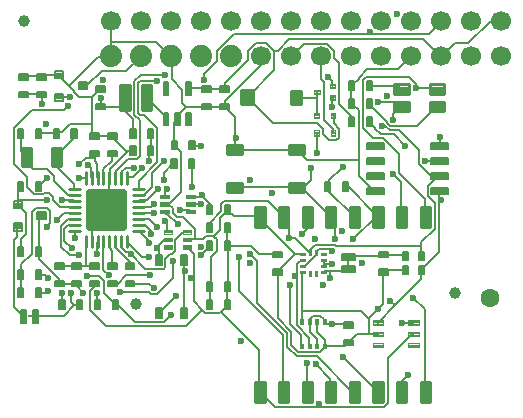
<source format=gtl>
G04 EAGLE Gerber RS-274X export*
G75*
%MOMM*%
%FSLAX34Y34*%
%LPD*%
%INTop Copper*%
%IPPOS*%
%AMOC8*
5,1,8,0,0,1.08239X$1,22.5*%
G01*
%ADD10C,1.600000*%
%ADD11C,0.150000*%
%ADD12C,0.125000*%
%ADD13C,0.275000*%
%ADD14C,1.000000*%
%ADD15C,1.879600*%
%ADD16C,1.700000*%
%ADD17C,0.262500*%
%ADD18C,0.300000*%
%ADD19C,0.200000*%
%ADD20C,0.175000*%
%ADD21C,0.250000*%
%ADD22C,0.087500*%
%ADD23C,0.100000*%
%ADD24C,0.137500*%
%ADD25C,0.260000*%
%ADD26C,0.490000*%
%ADD27C,0.062500*%
%ADD28C,0.162500*%
%ADD29C,0.158750*%
%ADD30R,0.406400X0.254000*%
%ADD31R,0.254000X0.406400*%
%ADD32C,0.600000*%


D10*
X410000Y100000D03*
D11*
X71250Y220250D02*
X71250Y224750D01*
X78750Y224750D01*
X78750Y220250D01*
X71250Y220250D01*
X71250Y221675D02*
X78750Y221675D01*
X78750Y223100D02*
X71250Y223100D01*
X71250Y224525D02*
X78750Y224525D01*
X71250Y235250D02*
X71250Y239750D01*
X78750Y239750D01*
X78750Y235250D01*
X71250Y235250D01*
X71250Y236675D02*
X78750Y236675D01*
X78750Y238100D02*
X71250Y238100D01*
X71250Y239525D02*
X78750Y239525D01*
X76250Y260250D02*
X76250Y264750D01*
X83750Y264750D01*
X83750Y260250D01*
X76250Y260250D01*
X76250Y261675D02*
X83750Y261675D01*
X83750Y263100D02*
X76250Y263100D01*
X76250Y264525D02*
X83750Y264525D01*
X76250Y275250D02*
X76250Y279750D01*
X83750Y279750D01*
X83750Y275250D01*
X76250Y275250D01*
X76250Y276675D02*
X83750Y276675D01*
X83750Y278100D02*
X76250Y278100D01*
X76250Y279525D02*
X83750Y279525D01*
X173750Y279750D02*
X173750Y275250D01*
X166250Y275250D01*
X166250Y279750D01*
X173750Y279750D01*
X173750Y276675D02*
X166250Y276675D01*
X166250Y278100D02*
X173750Y278100D01*
X173750Y279525D02*
X166250Y279525D01*
X173750Y264750D02*
X173750Y260250D01*
X166250Y260250D01*
X166250Y264750D01*
X173750Y264750D01*
X173750Y261675D02*
X166250Y261675D01*
X166250Y263100D02*
X173750Y263100D01*
X173750Y264525D02*
X166250Y264525D01*
X188750Y275250D02*
X188750Y279750D01*
X188750Y275250D02*
X181250Y275250D01*
X181250Y279750D01*
X188750Y279750D01*
X188750Y276675D02*
X181250Y276675D01*
X181250Y278100D02*
X188750Y278100D01*
X188750Y279525D02*
X181250Y279525D01*
X188750Y264750D02*
X188750Y260250D01*
X181250Y260250D01*
X181250Y264750D01*
X188750Y264750D01*
X188750Y261675D02*
X181250Y261675D01*
X181250Y263100D02*
X188750Y263100D01*
X188750Y264525D02*
X181250Y264525D01*
X185250Y106250D02*
X189750Y106250D01*
X185250Y106250D02*
X185250Y113750D01*
X189750Y113750D01*
X189750Y106250D01*
X189750Y107675D02*
X185250Y107675D01*
X185250Y109100D02*
X189750Y109100D01*
X189750Y110525D02*
X185250Y110525D01*
X185250Y111950D02*
X189750Y111950D01*
X189750Y113375D02*
X185250Y113375D01*
X174750Y106250D02*
X170250Y106250D01*
X170250Y113750D01*
X174750Y113750D01*
X174750Y106250D01*
X174750Y107675D02*
X170250Y107675D01*
X170250Y109100D02*
X174750Y109100D01*
X174750Y110525D02*
X170250Y110525D01*
X170250Y111950D02*
X174750Y111950D01*
X174750Y113375D02*
X170250Y113375D01*
X185250Y91250D02*
X189750Y91250D01*
X185250Y91250D02*
X185250Y98750D01*
X189750Y98750D01*
X189750Y91250D01*
X189750Y92675D02*
X185250Y92675D01*
X185250Y94100D02*
X189750Y94100D01*
X189750Y95525D02*
X185250Y95525D01*
X185250Y96950D02*
X189750Y96950D01*
X189750Y98375D02*
X185250Y98375D01*
X174750Y91250D02*
X170250Y91250D01*
X170250Y98750D01*
X174750Y98750D01*
X174750Y91250D01*
X174750Y92675D02*
X170250Y92675D01*
X170250Y94100D02*
X174750Y94100D01*
X174750Y95525D02*
X170250Y95525D01*
X170250Y96950D02*
X174750Y96950D01*
X174750Y98375D02*
X170250Y98375D01*
X59750Y236250D02*
X55250Y236250D01*
X55250Y243750D01*
X59750Y243750D01*
X59750Y236250D01*
X59750Y237675D02*
X55250Y237675D01*
X55250Y239100D02*
X59750Y239100D01*
X59750Y240525D02*
X55250Y240525D01*
X55250Y241950D02*
X59750Y241950D01*
X59750Y243375D02*
X55250Y243375D01*
X44750Y236250D02*
X40250Y236250D01*
X40250Y243750D01*
X44750Y243750D01*
X44750Y236250D01*
X44750Y237675D02*
X40250Y237675D01*
X40250Y239100D02*
X44750Y239100D01*
X44750Y240525D02*
X40250Y240525D01*
X40250Y241950D02*
X44750Y241950D01*
X44750Y243375D02*
X40250Y243375D01*
X48750Y129750D02*
X48750Y125250D01*
X41250Y125250D01*
X41250Y129750D01*
X48750Y129750D01*
X48750Y126675D02*
X41250Y126675D01*
X41250Y128100D02*
X48750Y128100D01*
X48750Y129525D02*
X41250Y129525D01*
X48750Y114750D02*
X48750Y110250D01*
X41250Y110250D01*
X41250Y114750D01*
X48750Y114750D01*
X48750Y111675D02*
X41250Y111675D01*
X41250Y113100D02*
X48750Y113100D01*
X48750Y114525D02*
X41250Y114525D01*
X63750Y125250D02*
X63750Y129750D01*
X63750Y125250D02*
X56250Y125250D01*
X56250Y129750D01*
X63750Y129750D01*
X63750Y126675D02*
X56250Y126675D01*
X56250Y128100D02*
X63750Y128100D01*
X63750Y129525D02*
X56250Y129525D01*
X63750Y114750D02*
X63750Y110250D01*
X56250Y110250D01*
X56250Y114750D01*
X63750Y114750D01*
X63750Y111675D02*
X56250Y111675D01*
X56250Y113100D02*
X63750Y113100D01*
X63750Y114525D02*
X56250Y114525D01*
X14750Y243750D02*
X10250Y243750D01*
X14750Y243750D02*
X14750Y236250D01*
X10250Y236250D01*
X10250Y243750D01*
X10250Y237675D02*
X14750Y237675D01*
X14750Y239100D02*
X10250Y239100D01*
X10250Y240525D02*
X14750Y240525D01*
X14750Y241950D02*
X10250Y241950D01*
X10250Y243375D02*
X14750Y243375D01*
X25250Y243750D02*
X29750Y243750D01*
X29750Y236250D01*
X25250Y236250D01*
X25250Y243750D01*
X25250Y237675D02*
X29750Y237675D01*
X29750Y239100D02*
X25250Y239100D01*
X25250Y240525D02*
X29750Y240525D01*
X29750Y241950D02*
X25250Y241950D01*
X25250Y243375D02*
X29750Y243375D01*
X86250Y224750D02*
X86250Y220250D01*
X86250Y224750D02*
X93750Y224750D01*
X93750Y220250D01*
X86250Y220250D01*
X86250Y221675D02*
X93750Y221675D01*
X93750Y223100D02*
X86250Y223100D01*
X86250Y224525D02*
X93750Y224525D01*
X86250Y235250D02*
X86250Y239750D01*
X93750Y239750D01*
X93750Y235250D01*
X86250Y235250D01*
X86250Y236675D02*
X93750Y236675D01*
X93750Y238100D02*
X86250Y238100D01*
X86250Y239525D02*
X93750Y239525D01*
X120250Y221250D02*
X124750Y221250D01*
X120250Y221250D02*
X120250Y228750D01*
X124750Y228750D01*
X124750Y221250D01*
X124750Y222675D02*
X120250Y222675D01*
X120250Y224100D02*
X124750Y224100D01*
X124750Y225525D02*
X120250Y225525D01*
X120250Y226950D02*
X124750Y226950D01*
X124750Y228375D02*
X120250Y228375D01*
X109750Y221250D02*
X105250Y221250D01*
X105250Y228750D01*
X109750Y228750D01*
X109750Y221250D01*
X109750Y222675D02*
X105250Y222675D01*
X105250Y224100D02*
X109750Y224100D01*
X109750Y225525D02*
X105250Y225525D01*
X105250Y226950D02*
X109750Y226950D01*
X109750Y228375D02*
X105250Y228375D01*
X11250Y270250D02*
X11250Y274750D01*
X18750Y274750D01*
X18750Y270250D01*
X11250Y270250D01*
X11250Y271675D02*
X18750Y271675D01*
X18750Y273100D02*
X11250Y273100D01*
X11250Y274525D02*
X18750Y274525D01*
X11250Y285250D02*
X11250Y289750D01*
X18750Y289750D01*
X18750Y285250D01*
X11250Y285250D01*
X11250Y286675D02*
X18750Y286675D01*
X18750Y288100D02*
X11250Y288100D01*
X11250Y289525D02*
X18750Y289525D01*
X26250Y274750D02*
X26250Y270250D01*
X26250Y274750D02*
X33750Y274750D01*
X33750Y270250D01*
X26250Y270250D01*
X26250Y271675D02*
X33750Y271675D01*
X33750Y273100D02*
X26250Y273100D01*
X26250Y274525D02*
X33750Y274525D01*
X26250Y285250D02*
X26250Y289750D01*
X33750Y289750D01*
X33750Y285250D01*
X26250Y285250D01*
X26250Y286675D02*
X33750Y286675D01*
X33750Y288100D02*
X26250Y288100D01*
X26250Y289525D02*
X33750Y289525D01*
D12*
X275125Y257375D02*
X278875Y257375D01*
X278875Y252625D01*
X275125Y252625D01*
X275125Y257375D01*
X275125Y253812D02*
X278875Y253812D01*
X278875Y254999D02*
X275125Y254999D01*
X275125Y256186D02*
X278875Y256186D01*
X278875Y257373D02*
X275125Y257373D01*
X264875Y257375D02*
X261125Y257375D01*
X264875Y257375D02*
X264875Y252625D01*
X261125Y252625D01*
X261125Y257375D01*
X261125Y253812D02*
X264875Y253812D01*
X264875Y254999D02*
X261125Y254999D01*
X261125Y256186D02*
X264875Y256186D01*
X264875Y257373D02*
X261125Y257373D01*
X275125Y242375D02*
X278875Y242375D01*
X278875Y237625D01*
X275125Y237625D01*
X275125Y242375D01*
X275125Y238812D02*
X278875Y238812D01*
X278875Y239999D02*
X275125Y239999D01*
X275125Y241186D02*
X278875Y241186D01*
X278875Y242373D02*
X275125Y242373D01*
X264875Y242375D02*
X261125Y242375D01*
X264875Y242375D02*
X264875Y237625D01*
X261125Y237625D01*
X261125Y242375D01*
X261125Y238812D02*
X264875Y238812D01*
X264875Y239999D02*
X261125Y239999D01*
X261125Y241186D02*
X264875Y241186D01*
X264875Y242373D02*
X261125Y242373D01*
D13*
X341125Y273375D02*
X341125Y281625D01*
X341125Y273375D02*
X328875Y273375D01*
X328875Y281625D01*
X341125Y281625D01*
X341125Y275987D02*
X328875Y275987D01*
X328875Y278599D02*
X341125Y278599D01*
X341125Y281211D02*
X328875Y281211D01*
X341125Y266625D02*
X341125Y258375D01*
X328875Y258375D01*
X328875Y266625D01*
X341125Y266625D01*
X341125Y260987D02*
X328875Y260987D01*
X328875Y263599D02*
X341125Y263599D01*
X341125Y266211D02*
X328875Y266211D01*
X371125Y266625D02*
X371125Y258375D01*
X358875Y258375D01*
X358875Y266625D01*
X371125Y266625D01*
X371125Y260987D02*
X358875Y260987D01*
X358875Y263599D02*
X371125Y263599D01*
X371125Y266211D02*
X358875Y266211D01*
X371125Y273375D02*
X371125Y281625D01*
X371125Y273375D02*
X358875Y273375D01*
X358875Y281625D01*
X371125Y281625D01*
X371125Y275987D02*
X358875Y275987D01*
X358875Y278599D02*
X371125Y278599D01*
X371125Y281211D02*
X358875Y281211D01*
D11*
X78750Y129750D02*
X78750Y125250D01*
X71250Y125250D01*
X71250Y129750D01*
X78750Y129750D01*
X78750Y126675D02*
X71250Y126675D01*
X71250Y128100D02*
X78750Y128100D01*
X78750Y129525D02*
X71250Y129525D01*
X78750Y114750D02*
X78750Y110250D01*
X71250Y110250D01*
X71250Y114750D01*
X78750Y114750D01*
X78750Y111675D02*
X71250Y111675D01*
X71250Y113100D02*
X78750Y113100D01*
X78750Y114525D02*
X71250Y114525D01*
D14*
X380000Y105000D03*
X110000Y95000D03*
X15000Y335000D03*
D15*
X139700Y305000D03*
X165100Y305000D03*
X190500Y305000D03*
X88900Y305000D03*
X114300Y305000D03*
D16*
X342900Y305000D03*
X368300Y305000D03*
X393700Y305000D03*
X419100Y305000D03*
D17*
X104688Y259312D02*
X96812Y259312D01*
X96812Y280688D01*
X104688Y280688D01*
X104688Y259312D01*
X104688Y261806D02*
X96812Y261806D01*
X96812Y264300D02*
X104688Y264300D01*
X104688Y266794D02*
X96812Y266794D01*
X96812Y269288D02*
X104688Y269288D01*
X104688Y271782D02*
X96812Y271782D01*
X96812Y274276D02*
X104688Y274276D01*
X104688Y276770D02*
X96812Y276770D01*
X96812Y279264D02*
X104688Y279264D01*
X115312Y259312D02*
X123188Y259312D01*
X115312Y259312D02*
X115312Y280688D01*
X123188Y280688D01*
X123188Y259312D01*
X123188Y261806D02*
X115312Y261806D01*
X115312Y264300D02*
X123188Y264300D01*
X123188Y266794D02*
X115312Y266794D01*
X115312Y269288D02*
X123188Y269288D01*
X123188Y271782D02*
X115312Y271782D01*
X115312Y274276D02*
X123188Y274276D01*
X123188Y276770D02*
X115312Y276770D01*
X115312Y279264D02*
X123188Y279264D01*
D18*
X200000Y264500D02*
X209000Y264500D01*
X200000Y264500D02*
X200000Y275500D01*
X209000Y275500D01*
X209000Y264500D01*
X209000Y267350D02*
X200000Y267350D01*
X200000Y270200D02*
X209000Y270200D01*
X209000Y273050D02*
X200000Y273050D01*
D13*
X241375Y264375D02*
X249625Y264375D01*
X241375Y264375D02*
X241375Y275625D01*
X249625Y275625D01*
X249625Y264375D01*
X249625Y266987D02*
X241375Y266987D01*
X241375Y269599D02*
X249625Y269599D01*
X249625Y272211D02*
X241375Y272211D01*
X241375Y274823D02*
X249625Y274823D01*
D19*
X48500Y286500D02*
X41500Y286500D01*
X41500Y292500D01*
X48500Y292500D01*
X48500Y286500D01*
X48500Y288400D02*
X41500Y288400D01*
X41500Y290300D02*
X48500Y290300D01*
X48500Y292200D02*
X41500Y292200D01*
X41500Y267500D02*
X48500Y267500D01*
X41500Y267500D02*
X41500Y273500D01*
X48500Y273500D01*
X48500Y267500D01*
X48500Y269400D02*
X41500Y269400D01*
X41500Y271300D02*
X48500Y271300D01*
X48500Y273200D02*
X41500Y273200D01*
X61500Y277000D02*
X68500Y277000D01*
X61500Y277000D02*
X61500Y283000D01*
X68500Y283000D01*
X68500Y277000D01*
X68500Y278900D02*
X61500Y278900D01*
X61500Y280800D02*
X68500Y280800D01*
X68500Y282700D02*
X61500Y282700D01*
D12*
X278875Y271875D02*
X278875Y268125D01*
X274125Y268125D01*
X274125Y271875D01*
X278875Y271875D01*
X278875Y269312D02*
X274125Y269312D01*
X274125Y270499D02*
X278875Y270499D01*
X278875Y271686D02*
X274125Y271686D01*
X278875Y278125D02*
X278875Y281875D01*
X278875Y278125D02*
X274125Y278125D01*
X274125Y281875D01*
X278875Y281875D01*
X278875Y279312D02*
X274125Y279312D01*
X274125Y280499D02*
X278875Y280499D01*
X278875Y281686D02*
X274125Y281686D01*
X265875Y276875D02*
X265875Y273125D01*
X261125Y273125D01*
X261125Y276875D01*
X265875Y276875D01*
X265875Y274312D02*
X261125Y274312D01*
X261125Y275499D02*
X265875Y275499D01*
X265875Y276686D02*
X261125Y276686D01*
D11*
X29750Y191250D02*
X25250Y191250D01*
X25250Y198750D01*
X29750Y198750D01*
X29750Y191250D01*
X29750Y192675D02*
X25250Y192675D01*
X25250Y194100D02*
X29750Y194100D01*
X29750Y195525D02*
X25250Y195525D01*
X25250Y196950D02*
X29750Y196950D01*
X29750Y198375D02*
X25250Y198375D01*
X14750Y191250D02*
X10250Y191250D01*
X10250Y198750D01*
X14750Y198750D01*
X14750Y191250D01*
X14750Y192675D02*
X10250Y192675D01*
X10250Y194100D02*
X14750Y194100D01*
X14750Y195525D02*
X10250Y195525D01*
X10250Y196950D02*
X14750Y196950D01*
X14750Y198375D02*
X10250Y198375D01*
X170250Y148750D02*
X174750Y148750D01*
X174750Y141250D01*
X170250Y141250D01*
X170250Y148750D01*
X170250Y142675D02*
X174750Y142675D01*
X174750Y144100D02*
X170250Y144100D01*
X170250Y145525D02*
X174750Y145525D01*
X174750Y146950D02*
X170250Y146950D01*
X170250Y148375D02*
X174750Y148375D01*
X185250Y148750D02*
X189750Y148750D01*
X189750Y141250D01*
X185250Y141250D01*
X185250Y148750D01*
X185250Y142675D02*
X189750Y142675D01*
X189750Y144100D02*
X185250Y144100D01*
X185250Y145525D02*
X189750Y145525D01*
X189750Y146950D02*
X185250Y146950D01*
X185250Y148375D02*
X189750Y148375D01*
X93750Y129750D02*
X93750Y125250D01*
X86250Y125250D01*
X86250Y129750D01*
X93750Y129750D01*
X93750Y126675D02*
X86250Y126675D01*
X86250Y128100D02*
X93750Y128100D01*
X93750Y129525D02*
X86250Y129525D01*
X93750Y114750D02*
X93750Y110250D01*
X86250Y110250D01*
X86250Y114750D01*
X93750Y114750D01*
X93750Y111675D02*
X86250Y111675D01*
X86250Y113100D02*
X93750Y113100D01*
X93750Y114525D02*
X86250Y114525D01*
X108750Y125250D02*
X108750Y129750D01*
X108750Y125250D02*
X101250Y125250D01*
X101250Y129750D01*
X108750Y129750D01*
X108750Y126675D02*
X101250Y126675D01*
X101250Y128100D02*
X108750Y128100D01*
X108750Y129525D02*
X101250Y129525D01*
X108750Y114750D02*
X108750Y110250D01*
X101250Y110250D01*
X101250Y114750D01*
X108750Y114750D01*
X108750Y111675D02*
X101250Y111675D01*
X101250Y113100D02*
X108750Y113100D01*
X108750Y114525D02*
X101250Y114525D01*
X79750Y98750D02*
X75250Y98750D01*
X79750Y98750D02*
X79750Y91250D01*
X75250Y91250D01*
X75250Y98750D01*
X75250Y92675D02*
X79750Y92675D01*
X79750Y94100D02*
X75250Y94100D01*
X75250Y95525D02*
X79750Y95525D01*
X79750Y96950D02*
X75250Y96950D01*
X75250Y98375D02*
X79750Y98375D01*
X90250Y98750D02*
X94750Y98750D01*
X94750Y91250D01*
X90250Y91250D01*
X90250Y98750D01*
X90250Y92675D02*
X94750Y92675D01*
X94750Y94100D02*
X90250Y94100D01*
X90250Y95525D02*
X94750Y95525D01*
X94750Y96950D02*
X90250Y96950D01*
X90250Y98375D02*
X94750Y98375D01*
X64750Y91250D02*
X60250Y91250D01*
X60250Y98750D01*
X64750Y98750D01*
X64750Y91250D01*
X64750Y92675D02*
X60250Y92675D01*
X60250Y94100D02*
X64750Y94100D01*
X64750Y95525D02*
X60250Y95525D01*
X60250Y96950D02*
X64750Y96950D01*
X64750Y98375D02*
X60250Y98375D01*
X49750Y91250D02*
X45250Y91250D01*
X45250Y98750D01*
X49750Y98750D01*
X49750Y91250D01*
X49750Y92675D02*
X45250Y92675D01*
X45250Y94100D02*
X49750Y94100D01*
X49750Y95525D02*
X45250Y95525D01*
X45250Y96950D02*
X49750Y96950D01*
X49750Y98375D02*
X45250Y98375D01*
X290250Y253750D02*
X294750Y253750D01*
X294750Y246250D01*
X290250Y246250D01*
X290250Y253750D01*
X290250Y247675D02*
X294750Y247675D01*
X294750Y249100D02*
X290250Y249100D01*
X290250Y250525D02*
X294750Y250525D01*
X294750Y251950D02*
X290250Y251950D01*
X290250Y253375D02*
X294750Y253375D01*
X305250Y253750D02*
X309750Y253750D01*
X309750Y246250D01*
X305250Y246250D01*
X305250Y253750D01*
X305250Y247675D02*
X309750Y247675D01*
X309750Y249100D02*
X305250Y249100D01*
X305250Y250525D02*
X309750Y250525D01*
X309750Y251950D02*
X305250Y251950D01*
X305250Y253375D02*
X309750Y253375D01*
X309750Y276250D02*
X305250Y276250D01*
X305250Y283750D01*
X309750Y283750D01*
X309750Y276250D01*
X309750Y277675D02*
X305250Y277675D01*
X305250Y279100D02*
X309750Y279100D01*
X309750Y280525D02*
X305250Y280525D01*
X305250Y281950D02*
X309750Y281950D01*
X309750Y283375D02*
X305250Y283375D01*
X294750Y276250D02*
X290250Y276250D01*
X290250Y283750D01*
X294750Y283750D01*
X294750Y276250D01*
X294750Y277675D02*
X290250Y277675D01*
X290250Y279100D02*
X294750Y279100D01*
X294750Y280525D02*
X290250Y280525D01*
X290250Y281950D02*
X294750Y281950D01*
X294750Y283375D02*
X290250Y283375D01*
X305250Y261250D02*
X309750Y261250D01*
X305250Y261250D02*
X305250Y268750D01*
X309750Y268750D01*
X309750Y261250D01*
X309750Y262675D02*
X305250Y262675D01*
X305250Y264100D02*
X309750Y264100D01*
X309750Y265525D02*
X305250Y265525D01*
X305250Y266950D02*
X309750Y266950D01*
X309750Y268375D02*
X305250Y268375D01*
X294750Y261250D02*
X290250Y261250D01*
X290250Y268750D01*
X294750Y268750D01*
X294750Y261250D01*
X294750Y262675D02*
X290250Y262675D01*
X290250Y264100D02*
X294750Y264100D01*
X294750Y265525D02*
X290250Y265525D01*
X290250Y266950D02*
X294750Y266950D01*
X294750Y268375D02*
X290250Y268375D01*
X124750Y236250D02*
X120250Y236250D01*
X120250Y243750D01*
X124750Y243750D01*
X124750Y236250D01*
X124750Y237675D02*
X120250Y237675D01*
X120250Y239100D02*
X124750Y239100D01*
X124750Y240525D02*
X120250Y240525D01*
X120250Y241950D02*
X124750Y241950D01*
X124750Y243375D02*
X120250Y243375D01*
X109750Y236250D02*
X105250Y236250D01*
X105250Y243750D01*
X109750Y243750D01*
X109750Y236250D01*
X109750Y237675D02*
X105250Y237675D01*
X105250Y239100D02*
X109750Y239100D01*
X109750Y240525D02*
X105250Y240525D01*
X105250Y241950D02*
X109750Y241950D01*
X109750Y243375D02*
X105250Y243375D01*
X140050Y218350D02*
X144550Y218350D01*
X144550Y210850D01*
X140050Y210850D01*
X140050Y218350D01*
X140050Y212275D02*
X144550Y212275D01*
X144550Y213700D02*
X140050Y213700D01*
X140050Y215125D02*
X144550Y215125D01*
X144550Y216550D02*
X140050Y216550D01*
X140050Y217975D02*
X144550Y217975D01*
X155050Y218350D02*
X159550Y218350D01*
X159550Y210850D01*
X155050Y210850D01*
X155050Y218350D01*
X155050Y212275D02*
X159550Y212275D01*
X159550Y213700D02*
X155050Y213700D01*
X155050Y215125D02*
X159550Y215125D01*
X159550Y216550D02*
X155050Y216550D01*
X155050Y217975D02*
X159550Y217975D01*
X270250Y198750D02*
X274750Y198750D01*
X274750Y191250D01*
X270250Y191250D01*
X270250Y198750D01*
X270250Y192675D02*
X274750Y192675D01*
X274750Y194100D02*
X270250Y194100D01*
X270250Y195525D02*
X274750Y195525D01*
X274750Y196950D02*
X270250Y196950D01*
X270250Y198375D02*
X274750Y198375D01*
X285250Y198750D02*
X289750Y198750D01*
X289750Y191250D01*
X285250Y191250D01*
X285250Y198750D01*
X285250Y192675D02*
X289750Y192675D01*
X289750Y194100D02*
X285250Y194100D01*
X285250Y195525D02*
X289750Y195525D01*
X289750Y196950D02*
X285250Y196950D01*
X285250Y198375D02*
X289750Y198375D01*
X14750Y123750D02*
X10250Y123750D01*
X14750Y123750D02*
X14750Y116250D01*
X10250Y116250D01*
X10250Y123750D01*
X10250Y117675D02*
X14750Y117675D01*
X14750Y119100D02*
X10250Y119100D01*
X10250Y120525D02*
X14750Y120525D01*
X14750Y121950D02*
X10250Y121950D01*
X10250Y123375D02*
X14750Y123375D01*
X25250Y123750D02*
X29750Y123750D01*
X29750Y116250D01*
X25250Y116250D01*
X25250Y123750D01*
X25250Y117675D02*
X29750Y117675D01*
X29750Y119100D02*
X25250Y119100D01*
X25250Y120525D02*
X29750Y120525D01*
X29750Y121950D02*
X25250Y121950D01*
X25250Y123375D02*
X29750Y123375D01*
X14750Y108750D02*
X10250Y108750D01*
X14750Y108750D02*
X14750Y101250D01*
X10250Y101250D01*
X10250Y108750D01*
X10250Y102675D02*
X14750Y102675D01*
X14750Y104100D02*
X10250Y104100D01*
X10250Y105525D02*
X14750Y105525D01*
X14750Y106950D02*
X10250Y106950D01*
X10250Y108375D02*
X14750Y108375D01*
X25250Y108750D02*
X29750Y108750D01*
X29750Y101250D01*
X25250Y101250D01*
X25250Y108750D01*
X25250Y102675D02*
X29750Y102675D01*
X29750Y104100D02*
X25250Y104100D01*
X25250Y105525D02*
X29750Y105525D01*
X29750Y106950D02*
X25250Y106950D01*
X25250Y108375D02*
X29750Y108375D01*
X185250Y171250D02*
X189750Y171250D01*
X185250Y171250D02*
X185250Y178750D01*
X189750Y178750D01*
X189750Y171250D01*
X189750Y172675D02*
X185250Y172675D01*
X185250Y174100D02*
X189750Y174100D01*
X189750Y175525D02*
X185250Y175525D01*
X185250Y176950D02*
X189750Y176950D01*
X189750Y178375D02*
X185250Y178375D01*
X174750Y171250D02*
X170250Y171250D01*
X170250Y178750D01*
X174750Y178750D01*
X174750Y171250D01*
X174750Y172675D02*
X170250Y172675D01*
X170250Y174100D02*
X174750Y174100D01*
X174750Y175525D02*
X170250Y175525D01*
X170250Y176950D02*
X174750Y176950D01*
X174750Y178375D02*
X170250Y178375D01*
X144750Y233750D02*
X140250Y233750D01*
X144750Y233750D02*
X144750Y226250D01*
X140250Y226250D01*
X140250Y233750D01*
X140250Y227675D02*
X144750Y227675D01*
X144750Y229100D02*
X140250Y229100D01*
X140250Y230525D02*
X144750Y230525D01*
X144750Y231950D02*
X140250Y231950D01*
X140250Y233375D02*
X144750Y233375D01*
X155250Y233750D02*
X159750Y233750D01*
X159750Y226250D01*
X155250Y226250D01*
X155250Y233750D01*
X155250Y227675D02*
X159750Y227675D01*
X159750Y229100D02*
X155250Y229100D01*
X155250Y230525D02*
X159750Y230525D01*
X159750Y231950D02*
X155250Y231950D01*
X155250Y233375D02*
X159750Y233375D01*
X170250Y163750D02*
X174750Y163750D01*
X174750Y156250D01*
X170250Y156250D01*
X170250Y163750D01*
X170250Y157675D02*
X174750Y157675D01*
X174750Y159100D02*
X170250Y159100D01*
X170250Y160525D02*
X174750Y160525D01*
X174750Y161950D02*
X170250Y161950D01*
X170250Y163375D02*
X174750Y163375D01*
X185250Y163750D02*
X189750Y163750D01*
X189750Y156250D01*
X185250Y156250D01*
X185250Y163750D01*
X185250Y157675D02*
X189750Y157675D01*
X189750Y159100D02*
X185250Y159100D01*
X185250Y160525D02*
X189750Y160525D01*
X189750Y161950D02*
X185250Y161950D01*
X185250Y163375D02*
X189750Y163375D01*
D20*
X153375Y91625D02*
X153375Y83375D01*
X148125Y83375D01*
X148125Y91625D01*
X153375Y91625D01*
X153375Y85037D02*
X148125Y85037D01*
X148125Y86699D02*
X153375Y86699D01*
X153375Y88361D02*
X148125Y88361D01*
X148125Y90023D02*
X153375Y90023D01*
X153375Y128375D02*
X153375Y136625D01*
X153375Y128375D02*
X148125Y128375D01*
X148125Y136625D01*
X153375Y136625D01*
X153375Y130037D02*
X148125Y130037D01*
X148125Y131699D02*
X153375Y131699D01*
X153375Y133361D02*
X148125Y133361D01*
X148125Y135023D02*
X153375Y135023D01*
X131875Y136625D02*
X131875Y128375D01*
X126625Y128375D01*
X126625Y136625D01*
X131875Y136625D01*
X131875Y130037D02*
X126625Y130037D01*
X126625Y131699D02*
X131875Y131699D01*
X131875Y133361D02*
X126625Y133361D01*
X126625Y135023D02*
X131875Y135023D01*
X131875Y91625D02*
X131875Y83375D01*
X126625Y83375D01*
X126625Y91625D01*
X131875Y91625D01*
X131875Y85037D02*
X126625Y85037D01*
X126625Y86699D02*
X131875Y86699D01*
X131875Y88361D02*
X126625Y88361D01*
X126625Y90023D02*
X131875Y90023D01*
D21*
X187250Y190250D02*
X200250Y190250D01*
X187250Y190250D02*
X187250Y197750D01*
X200250Y197750D01*
X200250Y190250D01*
X200250Y192625D02*
X187250Y192625D01*
X187250Y195000D02*
X200250Y195000D01*
X200250Y197375D02*
X187250Y197375D01*
X239750Y190250D02*
X252750Y190250D01*
X239750Y190250D02*
X239750Y197750D01*
X252750Y197750D01*
X252750Y190250D01*
X252750Y192625D02*
X239750Y192625D01*
X239750Y195000D02*
X252750Y195000D01*
X252750Y197375D02*
X239750Y197375D01*
X239750Y222250D02*
X252750Y222250D01*
X239750Y222250D02*
X239750Y229750D01*
X252750Y229750D01*
X252750Y222250D01*
X252750Y224625D02*
X239750Y224625D01*
X239750Y227000D02*
X252750Y227000D01*
X252750Y229375D02*
X239750Y229375D01*
X200250Y222250D02*
X187250Y222250D01*
X187250Y229750D01*
X200250Y229750D01*
X200250Y222250D01*
X200250Y224625D02*
X187250Y224625D01*
X187250Y227000D02*
X200250Y227000D01*
X200250Y229375D02*
X187250Y229375D01*
D22*
X130187Y187813D02*
X130187Y185187D01*
X130187Y187813D02*
X137813Y187813D01*
X137813Y185187D01*
X130187Y185187D01*
X130187Y186018D02*
X137813Y186018D01*
X137813Y186849D02*
X130187Y186849D01*
X130187Y187680D02*
X137813Y187680D01*
X130187Y181313D02*
X130187Y178687D01*
X130187Y181313D02*
X137813Y181313D01*
X137813Y178687D01*
X130187Y178687D01*
X130187Y179518D02*
X137813Y179518D01*
X137813Y180349D02*
X130187Y180349D01*
X130187Y181180D02*
X137813Y181180D01*
X130187Y174813D02*
X130187Y172187D01*
X130187Y174813D02*
X137813Y174813D01*
X137813Y172187D01*
X130187Y172187D01*
X130187Y173018D02*
X137813Y173018D01*
X137813Y173849D02*
X130187Y173849D01*
X130187Y174680D02*
X137813Y174680D01*
X152187Y174813D02*
X152187Y172187D01*
X152187Y174813D02*
X159813Y174813D01*
X159813Y172187D01*
X152187Y172187D01*
X152187Y173018D02*
X159813Y173018D01*
X159813Y173849D02*
X152187Y173849D01*
X152187Y174680D02*
X159813Y174680D01*
X152187Y178687D02*
X152187Y181313D01*
X159813Y181313D01*
X159813Y178687D01*
X152187Y178687D01*
X152187Y179518D02*
X159813Y179518D01*
X159813Y180349D02*
X152187Y180349D01*
X152187Y181180D02*
X159813Y181180D01*
X152187Y185187D02*
X152187Y187813D01*
X159813Y187813D01*
X159813Y185187D01*
X152187Y185187D01*
X152187Y186018D02*
X159813Y186018D01*
X159813Y186849D02*
X152187Y186849D01*
X152187Y187680D02*
X159813Y187680D01*
D23*
X133500Y158000D02*
X133500Y155000D01*
X133500Y158000D02*
X140500Y158000D01*
X140500Y155000D01*
X133500Y155000D01*
X133500Y155950D02*
X140500Y155950D01*
X140500Y156900D02*
X133500Y156900D01*
X133500Y157850D02*
X140500Y157850D01*
X133500Y151500D02*
X133500Y148500D01*
X133500Y151500D02*
X140500Y151500D01*
X140500Y148500D01*
X133500Y148500D01*
X133500Y149450D02*
X140500Y149450D01*
X140500Y150400D02*
X133500Y150400D01*
X133500Y151350D02*
X140500Y151350D01*
X133500Y145000D02*
X133500Y142000D01*
X133500Y145000D02*
X140500Y145000D01*
X140500Y142000D01*
X133500Y142000D01*
X133500Y142950D02*
X140500Y142950D01*
X140500Y143900D02*
X133500Y143900D01*
X133500Y144850D02*
X140500Y144850D01*
X149500Y145000D02*
X149500Y142000D01*
X149500Y145000D02*
X156500Y145000D01*
X156500Y142000D01*
X149500Y142000D01*
X149500Y142950D02*
X156500Y142950D01*
X156500Y143900D02*
X149500Y143900D01*
X149500Y144850D02*
X156500Y144850D01*
X149500Y148500D02*
X149500Y151500D01*
X156500Y151500D01*
X156500Y148500D01*
X149500Y148500D01*
X149500Y149450D02*
X156500Y149450D01*
X156500Y150400D02*
X149500Y150400D01*
X149500Y151350D02*
X156500Y151350D01*
X149500Y155000D02*
X149500Y158000D01*
X156500Y158000D01*
X156500Y155000D01*
X149500Y155000D01*
X149500Y155950D02*
X156500Y155950D01*
X156500Y156900D02*
X149500Y156900D01*
X149500Y157850D02*
X156500Y157850D01*
D24*
X137563Y246686D02*
X133437Y246686D01*
X133437Y257312D01*
X137563Y257312D01*
X137563Y246686D01*
X137563Y247992D02*
X133437Y247992D01*
X133437Y249298D02*
X137563Y249298D01*
X137563Y250604D02*
X133437Y250604D01*
X133437Y251910D02*
X137563Y251910D01*
X137563Y253216D02*
X133437Y253216D01*
X133437Y254522D02*
X137563Y254522D01*
X137563Y255828D02*
X133437Y255828D01*
X133437Y257134D02*
X137563Y257134D01*
X142937Y246686D02*
X147063Y246686D01*
X142937Y246686D02*
X142937Y257312D01*
X147063Y257312D01*
X147063Y246686D01*
X147063Y247992D02*
X142937Y247992D01*
X142937Y249298D02*
X147063Y249298D01*
X147063Y250604D02*
X142937Y250604D01*
X142937Y251910D02*
X147063Y251910D01*
X147063Y253216D02*
X142937Y253216D01*
X142937Y254522D02*
X147063Y254522D01*
X147063Y255828D02*
X142937Y255828D01*
X142937Y257134D02*
X147063Y257134D01*
X152437Y246686D02*
X156563Y246686D01*
X152437Y246686D02*
X152437Y257312D01*
X156563Y257312D01*
X156563Y246686D01*
X156563Y247992D02*
X152437Y247992D01*
X152437Y249298D02*
X156563Y249298D01*
X156563Y250604D02*
X152437Y250604D01*
X152437Y251910D02*
X156563Y251910D01*
X156563Y253216D02*
X152437Y253216D01*
X152437Y254522D02*
X156563Y254522D01*
X156563Y255828D02*
X152437Y255828D01*
X152437Y257134D02*
X156563Y257134D01*
X156563Y272688D02*
X152437Y272688D01*
X152437Y283314D01*
X156563Y283314D01*
X156563Y272688D01*
X156563Y273994D02*
X152437Y273994D01*
X152437Y275300D02*
X156563Y275300D01*
X156563Y276606D02*
X152437Y276606D01*
X152437Y277912D02*
X156563Y277912D01*
X156563Y279218D02*
X152437Y279218D01*
X152437Y280524D02*
X156563Y280524D01*
X156563Y281830D02*
X152437Y281830D01*
X152437Y283136D02*
X156563Y283136D01*
X137563Y272688D02*
X133437Y272688D01*
X133437Y283314D01*
X137563Y283314D01*
X137563Y272688D01*
X137563Y273994D02*
X133437Y273994D01*
X133437Y275300D02*
X137563Y275300D01*
X137563Y276606D02*
X133437Y276606D01*
X133437Y277912D02*
X137563Y277912D01*
X137563Y279218D02*
X133437Y279218D01*
X133437Y280524D02*
X137563Y280524D01*
X137563Y281830D02*
X133437Y281830D01*
X133437Y283136D02*
X137563Y283136D01*
D25*
X62700Y192500D02*
X53300Y192500D01*
X107300Y157500D02*
X116700Y157500D01*
X67500Y152700D02*
X67500Y143300D01*
X102500Y197300D02*
X102500Y206700D01*
X62700Y187500D02*
X53300Y187500D01*
X107300Y162500D02*
X116700Y162500D01*
X72500Y152700D02*
X72500Y143300D01*
X97500Y197300D02*
X97500Y206700D01*
X62700Y182500D02*
X53300Y182500D01*
X107300Y167500D02*
X116700Y167500D01*
X77500Y152700D02*
X77500Y143300D01*
X92500Y197300D02*
X92500Y206700D01*
X62700Y177500D02*
X53300Y177500D01*
X107300Y172500D02*
X116700Y172500D01*
X82500Y152700D02*
X82500Y143300D01*
X87500Y197300D02*
X87500Y206700D01*
X62700Y172500D02*
X53300Y172500D01*
X107300Y177500D02*
X116700Y177500D01*
X87500Y152700D02*
X87500Y143300D01*
X82500Y197300D02*
X82500Y206700D01*
X62700Y167500D02*
X53300Y167500D01*
X107300Y182500D02*
X116700Y182500D01*
X92500Y152700D02*
X92500Y143300D01*
X77500Y197300D02*
X77500Y206700D01*
X62700Y162500D02*
X53300Y162500D01*
X107300Y187500D02*
X116700Y187500D01*
X97500Y152700D02*
X97500Y143300D01*
X72500Y197300D02*
X72500Y206700D01*
X62700Y157500D02*
X53300Y157500D01*
X107300Y192500D02*
X116700Y192500D01*
X102500Y152700D02*
X102500Y143300D01*
X67500Y197300D02*
X67500Y206700D01*
D26*
X69950Y159950D02*
X100050Y159950D01*
X69950Y159950D02*
X69950Y190050D01*
X100050Y190050D01*
X100050Y159950D01*
X100050Y164605D02*
X69950Y164605D01*
X69950Y169260D02*
X100050Y169260D01*
X100050Y173915D02*
X69950Y173915D01*
X69950Y178570D02*
X100050Y178570D01*
X100050Y183225D02*
X69950Y183225D01*
X69950Y187880D02*
X100050Y187880D01*
D11*
X306000Y214100D02*
X306000Y218600D01*
X320000Y218600D01*
X320000Y214100D01*
X306000Y214100D01*
X306000Y215525D02*
X320000Y215525D01*
X320000Y216950D02*
X306000Y216950D01*
X306000Y218375D02*
X320000Y218375D01*
X360000Y218600D02*
X360000Y214100D01*
X360000Y218600D02*
X374000Y218600D01*
X374000Y214100D01*
X360000Y214100D01*
X360000Y215525D02*
X374000Y215525D01*
X374000Y216950D02*
X360000Y216950D01*
X360000Y218375D02*
X374000Y218375D01*
X306000Y226800D02*
X306000Y231300D01*
X320000Y231300D01*
X320000Y226800D01*
X306000Y226800D01*
X306000Y228225D02*
X320000Y228225D01*
X320000Y229650D02*
X306000Y229650D01*
X306000Y231075D02*
X320000Y231075D01*
X306000Y205900D02*
X306000Y201400D01*
X306000Y205900D02*
X320000Y205900D01*
X320000Y201400D01*
X306000Y201400D01*
X306000Y202825D02*
X320000Y202825D01*
X320000Y204250D02*
X306000Y204250D01*
X306000Y205675D02*
X320000Y205675D01*
X306000Y193200D02*
X306000Y188700D01*
X306000Y193200D02*
X320000Y193200D01*
X320000Y188700D01*
X306000Y188700D01*
X306000Y190125D02*
X320000Y190125D01*
X320000Y191550D02*
X306000Y191550D01*
X306000Y192975D02*
X320000Y192975D01*
X360000Y226800D02*
X360000Y231300D01*
X374000Y231300D01*
X374000Y226800D01*
X360000Y226800D01*
X360000Y228225D02*
X374000Y228225D01*
X374000Y229650D02*
X360000Y229650D01*
X360000Y231075D02*
X374000Y231075D01*
X360000Y205900D02*
X360000Y201400D01*
X360000Y205900D02*
X374000Y205900D01*
X374000Y201400D01*
X360000Y201400D01*
X360000Y202825D02*
X374000Y202825D01*
X374000Y204250D02*
X360000Y204250D01*
X360000Y205675D02*
X374000Y205675D01*
X360000Y193200D02*
X360000Y188700D01*
X360000Y193200D02*
X374000Y193200D01*
X374000Y188700D01*
X360000Y188700D01*
X360000Y190125D02*
X374000Y190125D01*
X374000Y191550D02*
X360000Y191550D01*
X360000Y192975D02*
X374000Y192975D01*
D21*
X46250Y227750D02*
X38750Y227750D01*
X46250Y227750D02*
X46250Y212250D01*
X38750Y212250D01*
X38750Y227750D01*
X38750Y214625D02*
X46250Y214625D01*
X46250Y217000D02*
X38750Y217000D01*
X38750Y219375D02*
X46250Y219375D01*
X46250Y221750D02*
X38750Y221750D01*
X38750Y224125D02*
X46250Y224125D01*
X46250Y226500D02*
X38750Y226500D01*
X21250Y227750D02*
X13750Y227750D01*
X21250Y227750D02*
X21250Y212250D01*
X13750Y212250D01*
X13750Y227750D01*
X13750Y214625D02*
X21250Y214625D01*
X21250Y217000D02*
X13750Y217000D01*
X13750Y219375D02*
X21250Y219375D01*
X21250Y221750D02*
X13750Y221750D01*
X13750Y224125D02*
X21250Y224125D01*
X21250Y226500D02*
X13750Y226500D01*
D16*
X215900Y305000D03*
X241300Y305000D03*
X266700Y305000D03*
X292100Y305000D03*
X317500Y305000D03*
X88900Y335000D03*
X114300Y335000D03*
X139700Y335000D03*
X165100Y335000D03*
X190500Y335000D03*
X215900Y335000D03*
X241300Y335000D03*
X266700Y335000D03*
X292100Y335000D03*
X317500Y335000D03*
X342900Y335000D03*
X368300Y335000D03*
X393700Y335000D03*
X419100Y335000D03*
D17*
X351062Y177438D02*
X351062Y160562D01*
X351062Y177438D02*
X358938Y177438D01*
X358938Y160562D01*
X351062Y160562D01*
X351062Y163056D02*
X358938Y163056D01*
X358938Y165550D02*
X351062Y165550D01*
X351062Y168044D02*
X358938Y168044D01*
X358938Y170538D02*
X351062Y170538D01*
X351062Y173032D02*
X358938Y173032D01*
X358938Y175526D02*
X351062Y175526D01*
X331062Y177438D02*
X331062Y160562D01*
X331062Y177438D02*
X338938Y177438D01*
X338938Y160562D01*
X331062Y160562D01*
X331062Y163056D02*
X338938Y163056D01*
X338938Y165550D02*
X331062Y165550D01*
X331062Y168044D02*
X338938Y168044D01*
X338938Y170538D02*
X331062Y170538D01*
X331062Y173032D02*
X338938Y173032D01*
X338938Y175526D02*
X331062Y175526D01*
X311062Y177438D02*
X311062Y160562D01*
X311062Y177438D02*
X318938Y177438D01*
X318938Y160562D01*
X311062Y160562D01*
X311062Y163056D02*
X318938Y163056D01*
X318938Y165550D02*
X311062Y165550D01*
X311062Y168044D02*
X318938Y168044D01*
X318938Y170538D02*
X311062Y170538D01*
X311062Y173032D02*
X318938Y173032D01*
X318938Y175526D02*
X311062Y175526D01*
X291062Y177438D02*
X291062Y160562D01*
X291062Y177438D02*
X298938Y177438D01*
X298938Y160562D01*
X291062Y160562D01*
X291062Y163056D02*
X298938Y163056D01*
X298938Y165550D02*
X291062Y165550D01*
X291062Y168044D02*
X298938Y168044D01*
X298938Y170538D02*
X291062Y170538D01*
X291062Y173032D02*
X298938Y173032D01*
X298938Y175526D02*
X291062Y175526D01*
X271062Y177438D02*
X271062Y160562D01*
X271062Y177438D02*
X278938Y177438D01*
X278938Y160562D01*
X271062Y160562D01*
X271062Y163056D02*
X278938Y163056D01*
X278938Y165550D02*
X271062Y165550D01*
X271062Y168044D02*
X278938Y168044D01*
X278938Y170538D02*
X271062Y170538D01*
X271062Y173032D02*
X278938Y173032D01*
X278938Y175526D02*
X271062Y175526D01*
X251062Y177438D02*
X251062Y160562D01*
X251062Y177438D02*
X258938Y177438D01*
X258938Y160562D01*
X251062Y160562D01*
X251062Y163056D02*
X258938Y163056D01*
X258938Y165550D02*
X251062Y165550D01*
X251062Y168044D02*
X258938Y168044D01*
X258938Y170538D02*
X251062Y170538D01*
X251062Y173032D02*
X258938Y173032D01*
X258938Y175526D02*
X251062Y175526D01*
X231062Y177438D02*
X231062Y160562D01*
X231062Y177438D02*
X238938Y177438D01*
X238938Y160562D01*
X231062Y160562D01*
X231062Y163056D02*
X238938Y163056D01*
X238938Y165550D02*
X231062Y165550D01*
X231062Y168044D02*
X238938Y168044D01*
X238938Y170538D02*
X231062Y170538D01*
X231062Y173032D02*
X238938Y173032D01*
X238938Y175526D02*
X231062Y175526D01*
X211062Y177438D02*
X211062Y160562D01*
X211062Y177438D02*
X218938Y177438D01*
X218938Y160562D01*
X211062Y160562D01*
X211062Y163056D02*
X218938Y163056D01*
X218938Y165550D02*
X211062Y165550D01*
X211062Y168044D02*
X218938Y168044D01*
X218938Y170538D02*
X211062Y170538D01*
X211062Y173032D02*
X218938Y173032D01*
X218938Y175526D02*
X211062Y175526D01*
X218938Y29438D02*
X218938Y12562D01*
X211062Y12562D01*
X211062Y29438D01*
X218938Y29438D01*
X218938Y15056D02*
X211062Y15056D01*
X211062Y17550D02*
X218938Y17550D01*
X218938Y20044D02*
X211062Y20044D01*
X211062Y22538D02*
X218938Y22538D01*
X218938Y25032D02*
X211062Y25032D01*
X211062Y27526D02*
X218938Y27526D01*
X238938Y29438D02*
X238938Y12562D01*
X231062Y12562D01*
X231062Y29438D01*
X238938Y29438D01*
X238938Y15056D02*
X231062Y15056D01*
X231062Y17550D02*
X238938Y17550D01*
X238938Y20044D02*
X231062Y20044D01*
X231062Y22538D02*
X238938Y22538D01*
X238938Y25032D02*
X231062Y25032D01*
X231062Y27526D02*
X238938Y27526D01*
X258938Y29438D02*
X258938Y12562D01*
X251062Y12562D01*
X251062Y29438D01*
X258938Y29438D01*
X258938Y15056D02*
X251062Y15056D01*
X251062Y17550D02*
X258938Y17550D01*
X258938Y20044D02*
X251062Y20044D01*
X251062Y22538D02*
X258938Y22538D01*
X258938Y25032D02*
X251062Y25032D01*
X251062Y27526D02*
X258938Y27526D01*
X278938Y29438D02*
X278938Y12562D01*
X271062Y12562D01*
X271062Y29438D01*
X278938Y29438D01*
X278938Y15056D02*
X271062Y15056D01*
X271062Y17550D02*
X278938Y17550D01*
X278938Y20044D02*
X271062Y20044D01*
X271062Y22538D02*
X278938Y22538D01*
X278938Y25032D02*
X271062Y25032D01*
X271062Y27526D02*
X278938Y27526D01*
X298938Y29438D02*
X298938Y12562D01*
X291062Y12562D01*
X291062Y29438D01*
X298938Y29438D01*
X298938Y15056D02*
X291062Y15056D01*
X291062Y17550D02*
X298938Y17550D01*
X298938Y20044D02*
X291062Y20044D01*
X291062Y22538D02*
X298938Y22538D01*
X298938Y25032D02*
X291062Y25032D01*
X291062Y27526D02*
X298938Y27526D01*
X318938Y29438D02*
X318938Y12562D01*
X311062Y12562D01*
X311062Y29438D01*
X318938Y29438D01*
X318938Y15056D02*
X311062Y15056D01*
X311062Y17550D02*
X318938Y17550D01*
X318938Y20044D02*
X311062Y20044D01*
X311062Y22538D02*
X318938Y22538D01*
X318938Y25032D02*
X311062Y25032D01*
X311062Y27526D02*
X318938Y27526D01*
X338938Y29438D02*
X338938Y12562D01*
X331062Y12562D01*
X331062Y29438D01*
X338938Y29438D01*
X338938Y15056D02*
X331062Y15056D01*
X331062Y17550D02*
X338938Y17550D01*
X338938Y20044D02*
X331062Y20044D01*
X331062Y22538D02*
X338938Y22538D01*
X338938Y25032D02*
X331062Y25032D01*
X331062Y27526D02*
X338938Y27526D01*
X358938Y29438D02*
X358938Y12562D01*
X351062Y12562D01*
X351062Y29438D01*
X358938Y29438D01*
X358938Y15056D02*
X351062Y15056D01*
X351062Y17550D02*
X358938Y17550D01*
X358938Y20044D02*
X351062Y20044D01*
X351062Y22538D02*
X358938Y22538D01*
X358938Y25032D02*
X351062Y25032D01*
X351062Y27526D02*
X358938Y27526D01*
D27*
X253438Y136562D02*
X249062Y136562D01*
X249062Y138438D01*
X253438Y138438D01*
X253438Y136562D01*
X253438Y137156D02*
X249062Y137156D01*
X249062Y137750D02*
X253438Y137750D01*
X253438Y138344D02*
X249062Y138344D01*
X249062Y131562D02*
X253438Y131562D01*
X249062Y131562D02*
X249062Y133438D01*
X253438Y133438D01*
X253438Y131562D01*
X253438Y132156D02*
X249062Y132156D01*
X249062Y132750D02*
X253438Y132750D01*
X253438Y133344D02*
X249062Y133344D01*
X249062Y126562D02*
X253438Y126562D01*
X249062Y126562D02*
X249062Y128438D01*
X253438Y128438D01*
X253438Y126562D01*
X253438Y127156D02*
X249062Y127156D01*
X249062Y127750D02*
X253438Y127750D01*
X253438Y128344D02*
X249062Y128344D01*
X249062Y121562D02*
X253438Y121562D01*
X249062Y121562D02*
X249062Y123438D01*
X253438Y123438D01*
X253438Y121562D01*
X253438Y122156D02*
X249062Y122156D01*
X249062Y122750D02*
X253438Y122750D01*
X253438Y123344D02*
X249062Y123344D01*
X256562Y119062D02*
X258438Y119062D01*
X256562Y119062D02*
X256562Y123438D01*
X258438Y123438D01*
X258438Y119062D01*
X258438Y119656D02*
X256562Y119656D01*
X256562Y120250D02*
X258438Y120250D01*
X258438Y120844D02*
X256562Y120844D01*
X256562Y121438D02*
X258438Y121438D01*
X258438Y122032D02*
X256562Y122032D01*
X256562Y122626D02*
X258438Y122626D01*
X258438Y123220D02*
X256562Y123220D01*
X266562Y123438D02*
X270938Y123438D01*
X270938Y121562D01*
X266562Y121562D01*
X266562Y123438D01*
X266562Y122156D02*
X270938Y122156D01*
X270938Y122750D02*
X266562Y122750D01*
X266562Y123344D02*
X270938Y123344D01*
X270938Y128438D02*
X266562Y128438D01*
X270938Y128438D02*
X270938Y126562D01*
X266562Y126562D01*
X266562Y128438D01*
X266562Y127156D02*
X270938Y127156D01*
X270938Y127750D02*
X266562Y127750D01*
X266562Y128344D02*
X270938Y128344D01*
X270938Y133438D02*
X266562Y133438D01*
X270938Y133438D02*
X270938Y131562D01*
X266562Y131562D01*
X266562Y133438D01*
X266562Y132156D02*
X270938Y132156D01*
X270938Y132750D02*
X266562Y132750D01*
X266562Y133344D02*
X270938Y133344D01*
X270938Y138438D02*
X266562Y138438D01*
X270938Y138438D02*
X270938Y136562D01*
X266562Y136562D01*
X266562Y138438D01*
X266562Y137156D02*
X270938Y137156D01*
X270938Y137750D02*
X266562Y137750D01*
X266562Y138344D02*
X270938Y138344D01*
X263438Y140938D02*
X261562Y140938D01*
X263438Y140938D02*
X263438Y136562D01*
X261562Y136562D01*
X261562Y140938D01*
X261562Y137156D02*
X263438Y137156D01*
X263438Y137750D02*
X261562Y137750D01*
X261562Y138344D02*
X263438Y138344D01*
X263438Y138938D02*
X261562Y138938D01*
X261562Y139532D02*
X263438Y139532D01*
X263438Y140126D02*
X261562Y140126D01*
X261562Y140720D02*
X263438Y140720D01*
X258438Y140938D02*
X256562Y140938D01*
X258438Y140938D02*
X258438Y136562D01*
X256562Y136562D01*
X256562Y140938D01*
X256562Y137156D02*
X258438Y137156D01*
X258438Y137750D02*
X256562Y137750D01*
X256562Y138344D02*
X258438Y138344D01*
X258438Y138938D02*
X256562Y138938D01*
X256562Y139532D02*
X258438Y139532D01*
X258438Y140126D02*
X256562Y140126D01*
X256562Y140720D02*
X258438Y140720D01*
X261562Y119062D02*
X263438Y119062D01*
X261562Y119062D02*
X261562Y123438D01*
X263438Y123438D01*
X263438Y119062D01*
X263438Y119656D02*
X261562Y119656D01*
X261562Y120250D02*
X263438Y120250D01*
X263438Y120844D02*
X261562Y120844D01*
X261562Y121438D02*
X263438Y121438D01*
X263438Y122032D02*
X261562Y122032D01*
X261562Y122626D02*
X263438Y122626D01*
X263438Y123220D02*
X261562Y123220D01*
D11*
X233750Y135250D02*
X233750Y139750D01*
X233750Y135250D02*
X226250Y135250D01*
X226250Y139750D01*
X233750Y139750D01*
X233750Y136675D02*
X226250Y136675D01*
X226250Y138100D02*
X233750Y138100D01*
X233750Y139525D02*
X226250Y139525D01*
X233750Y124750D02*
X233750Y120250D01*
X226250Y120250D01*
X226250Y124750D01*
X233750Y124750D01*
X233750Y121675D02*
X226250Y121675D01*
X226250Y123100D02*
X233750Y123100D01*
X233750Y124525D02*
X226250Y124525D01*
D19*
X13500Y176500D02*
X6500Y176500D01*
X6500Y182500D01*
X13500Y182500D01*
X13500Y176500D01*
X13500Y178400D02*
X6500Y178400D01*
X6500Y180300D02*
X13500Y180300D01*
X13500Y182200D02*
X6500Y182200D01*
X6500Y157500D02*
X13500Y157500D01*
X6500Y157500D02*
X6500Y163500D01*
X13500Y163500D01*
X13500Y157500D01*
X13500Y159400D02*
X6500Y159400D01*
X6500Y161300D02*
X13500Y161300D01*
X13500Y163200D02*
X6500Y163200D01*
X26500Y167000D02*
X33500Y167000D01*
X26500Y167000D02*
X26500Y173000D01*
X33500Y173000D01*
X33500Y167000D01*
X33500Y168900D02*
X26500Y168900D01*
X26500Y170800D02*
X33500Y170800D01*
X33500Y172700D02*
X26500Y172700D01*
D11*
X14750Y143750D02*
X10250Y143750D01*
X14750Y143750D02*
X14750Y136250D01*
X10250Y136250D01*
X10250Y143750D01*
X10250Y137675D02*
X14750Y137675D01*
X14750Y139100D02*
X10250Y139100D01*
X10250Y140525D02*
X14750Y140525D01*
X14750Y141950D02*
X10250Y141950D01*
X10250Y143375D02*
X14750Y143375D01*
X25250Y143750D02*
X29750Y143750D01*
X29750Y136250D01*
X25250Y136250D01*
X25250Y143750D01*
X25250Y137675D02*
X29750Y137675D01*
X29750Y139100D02*
X25250Y139100D01*
X25250Y140525D02*
X29750Y140525D01*
X29750Y141950D02*
X25250Y141950D01*
X25250Y143375D02*
X29750Y143375D01*
D22*
X255437Y78187D02*
X258063Y78187D01*
X255437Y78187D02*
X255437Y82313D01*
X258063Y82313D01*
X258063Y78187D01*
X258063Y79018D02*
X255437Y79018D01*
X255437Y79849D02*
X258063Y79849D01*
X258063Y80680D02*
X255437Y80680D01*
X255437Y81511D02*
X258063Y81511D01*
X261937Y78187D02*
X264563Y78187D01*
X261937Y78187D02*
X261937Y82313D01*
X264563Y82313D01*
X264563Y78187D01*
X264563Y79018D02*
X261937Y79018D01*
X261937Y79849D02*
X264563Y79849D01*
X264563Y80680D02*
X261937Y80680D01*
X261937Y81511D02*
X264563Y81511D01*
X268437Y78187D02*
X271063Y78187D01*
X268437Y78187D02*
X268437Y82313D01*
X271063Y82313D01*
X271063Y78187D01*
X271063Y79018D02*
X268437Y79018D01*
X268437Y79849D02*
X271063Y79849D01*
X271063Y80680D02*
X268437Y80680D01*
X268437Y81511D02*
X271063Y81511D01*
X251563Y78187D02*
X248937Y78187D01*
X248937Y82313D01*
X251563Y82313D01*
X251563Y78187D01*
X251563Y79018D02*
X248937Y79018D01*
X248937Y79849D02*
X251563Y79849D01*
X251563Y80680D02*
X248937Y80680D01*
X248937Y81511D02*
X251563Y81511D01*
X261937Y61813D02*
X264563Y61813D01*
X264563Y57687D01*
X261937Y57687D01*
X261937Y61813D01*
X261937Y58518D02*
X264563Y58518D01*
X264563Y59349D02*
X261937Y59349D01*
X261937Y60180D02*
X264563Y60180D01*
X264563Y61011D02*
X261937Y61011D01*
X258063Y61813D02*
X255437Y61813D01*
X258063Y61813D02*
X258063Y57687D01*
X255437Y57687D01*
X255437Y61813D01*
X255437Y58518D02*
X258063Y58518D01*
X258063Y59349D02*
X255437Y59349D01*
X255437Y60180D02*
X258063Y60180D01*
X258063Y61011D02*
X255437Y61011D01*
X251563Y61813D02*
X248937Y61813D01*
X251563Y61813D02*
X251563Y57687D01*
X248937Y57687D01*
X248937Y61813D01*
X248937Y58518D02*
X251563Y58518D01*
X251563Y59349D02*
X248937Y59349D01*
X248937Y60180D02*
X251563Y60180D01*
X251563Y61011D02*
X248937Y61011D01*
X268437Y61813D02*
X271063Y61813D01*
X271063Y57687D01*
X268437Y57687D01*
X268437Y61813D01*
X268437Y58518D02*
X271063Y58518D01*
X271063Y59349D02*
X268437Y59349D01*
X268437Y60180D02*
X271063Y60180D01*
X271063Y61011D02*
X268437Y61011D01*
D11*
X293750Y75250D02*
X293750Y79750D01*
X293750Y75250D02*
X286250Y75250D01*
X286250Y79750D01*
X293750Y79750D01*
X293750Y76675D02*
X286250Y76675D01*
X286250Y78100D02*
X293750Y78100D01*
X293750Y79525D02*
X286250Y79525D01*
X293750Y64750D02*
X293750Y60250D01*
X286250Y60250D01*
X286250Y64750D01*
X293750Y64750D01*
X293750Y61675D02*
X286250Y61675D01*
X286250Y63100D02*
X293750Y63100D01*
X293750Y64525D02*
X286250Y64525D01*
D28*
X340688Y132812D02*
X340688Y139188D01*
X340688Y132812D02*
X335812Y132812D01*
X335812Y139188D01*
X340688Y139188D01*
X340688Y134356D02*
X335812Y134356D01*
X335812Y135900D02*
X340688Y135900D01*
X340688Y137444D02*
X335812Y137444D01*
X335812Y138988D02*
X340688Y138988D01*
X354188Y139188D02*
X354188Y132812D01*
X349312Y132812D01*
X349312Y139188D01*
X354188Y139188D01*
X354188Y134356D02*
X349312Y134356D01*
X349312Y135900D02*
X354188Y135900D01*
X354188Y137444D02*
X349312Y137444D01*
X349312Y138988D02*
X354188Y138988D01*
X354188Y127188D02*
X354188Y120812D01*
X349312Y120812D01*
X349312Y127188D01*
X354188Y127188D01*
X354188Y122356D02*
X349312Y122356D01*
X349312Y123900D02*
X354188Y123900D01*
X354188Y125444D02*
X349312Y125444D01*
X349312Y126988D02*
X354188Y126988D01*
X340688Y127188D02*
X340688Y120812D01*
X335812Y120812D01*
X335812Y127188D01*
X340688Y127188D01*
X340688Y122356D02*
X335812Y122356D01*
X335812Y123900D02*
X340688Y123900D01*
X340688Y125444D02*
X335812Y125444D01*
X335812Y126988D02*
X340688Y126988D01*
D11*
X323750Y135250D02*
X323750Y139750D01*
X323750Y135250D02*
X316250Y135250D01*
X316250Y139750D01*
X323750Y139750D01*
X323750Y136675D02*
X316250Y136675D01*
X316250Y138100D02*
X323750Y138100D01*
X323750Y139525D02*
X316250Y139525D01*
X323750Y124750D02*
X323750Y120250D01*
X316250Y120250D01*
X316250Y124750D01*
X323750Y124750D01*
X323750Y121675D02*
X316250Y121675D01*
X316250Y123100D02*
X323750Y123100D01*
X323750Y124525D02*
X316250Y124525D01*
D12*
X319375Y81375D02*
X319375Y77625D01*
X310625Y77625D01*
X310625Y81375D01*
X319375Y81375D01*
X319375Y78812D02*
X310625Y78812D01*
X310625Y79999D02*
X319375Y79999D01*
X319375Y81186D02*
X310625Y81186D01*
X319375Y71875D02*
X319375Y68125D01*
X310625Y68125D01*
X310625Y71875D01*
X319375Y71875D01*
X319375Y69312D02*
X310625Y69312D01*
X310625Y70499D02*
X319375Y70499D01*
X319375Y71686D02*
X310625Y71686D01*
X319375Y62375D02*
X319375Y58625D01*
X310625Y58625D01*
X310625Y62375D01*
X319375Y62375D01*
X319375Y59812D02*
X310625Y59812D01*
X310625Y60999D02*
X319375Y60999D01*
X319375Y62186D02*
X310625Y62186D01*
X340625Y62375D02*
X340625Y58625D01*
X340625Y62375D02*
X349375Y62375D01*
X349375Y58625D01*
X340625Y58625D01*
X340625Y59812D02*
X349375Y59812D01*
X349375Y60999D02*
X340625Y60999D01*
X340625Y62186D02*
X349375Y62186D01*
X340625Y68125D02*
X340625Y71875D01*
X349375Y71875D01*
X349375Y68125D01*
X340625Y68125D01*
X340625Y69312D02*
X349375Y69312D01*
X349375Y70499D02*
X340625Y70499D01*
X340625Y71686D02*
X349375Y71686D01*
X340625Y77625D02*
X340625Y81375D01*
X349375Y81375D01*
X349375Y77625D01*
X340625Y77625D01*
X340625Y78812D02*
X349375Y78812D01*
X349375Y79999D02*
X340625Y79999D01*
X340625Y81186D02*
X349375Y81186D01*
D29*
X17301Y79444D02*
X12539Y79444D01*
X12539Y90556D01*
X17301Y90556D01*
X17301Y79444D01*
X17301Y80953D02*
X12539Y80953D01*
X12539Y82462D02*
X17301Y82462D01*
X17301Y83971D02*
X12539Y83971D01*
X12539Y85480D02*
X17301Y85480D01*
X17301Y86989D02*
X12539Y86989D01*
X12539Y88498D02*
X17301Y88498D01*
X17301Y90007D02*
X12539Y90007D01*
X22699Y79444D02*
X27461Y79444D01*
X22699Y79444D02*
X22699Y90556D01*
X27461Y90556D01*
X27461Y79444D01*
X27461Y80953D02*
X22699Y80953D01*
X22699Y82462D02*
X27461Y82462D01*
X27461Y83971D02*
X22699Y83971D01*
X22699Y85480D02*
X27461Y85480D01*
X27461Y86989D02*
X22699Y86989D01*
X22699Y88498D02*
X27461Y88498D01*
X27461Y90007D02*
X22699Y90007D01*
D30*
X20000Y85000D03*
D29*
X284444Y132699D02*
X284444Y137461D01*
X295556Y137461D01*
X295556Y132699D01*
X284444Y132699D01*
X284444Y134208D02*
X295556Y134208D01*
X295556Y135717D02*
X284444Y135717D01*
X284444Y137226D02*
X295556Y137226D01*
X284444Y127301D02*
X284444Y122539D01*
X284444Y127301D02*
X295556Y127301D01*
X295556Y122539D01*
X284444Y122539D01*
X284444Y124048D02*
X295556Y124048D01*
X295556Y125557D02*
X284444Y125557D01*
X284444Y127066D02*
X295556Y127066D01*
D31*
X290000Y130000D03*
D19*
X60000Y112500D02*
X45000Y112500D01*
X27750Y140250D02*
X27750Y167250D01*
X30000Y169500D01*
X27750Y140250D02*
X27500Y140000D01*
X30000Y169500D02*
X30000Y170000D01*
X45000Y116250D02*
X45000Y112500D01*
X45000Y116250D02*
X27750Y133500D01*
X27750Y139500D01*
X27500Y140000D01*
X354750Y216000D02*
X366750Y216000D01*
X367000Y216350D01*
X137000Y150000D02*
X134250Y150000D01*
X129750Y145500D01*
X129750Y142500D02*
X129750Y132750D01*
X129750Y142500D02*
X129750Y145500D01*
X129750Y132750D02*
X129250Y132500D01*
X269250Y132000D02*
X269250Y129000D01*
X269250Y127500D01*
X268750Y127500D01*
X269250Y132000D02*
X268750Y132500D01*
X269250Y129000D02*
X276000Y129000D01*
X144000Y102000D02*
X129750Y87750D01*
X129250Y87500D01*
X129750Y142500D02*
X128250Y142500D01*
X60000Y112500D02*
X60000Y110250D01*
X65250Y105000D01*
X250500Y89250D02*
X250500Y121500D01*
X250500Y89250D02*
X250500Y80250D01*
X250500Y121500D02*
X251250Y122250D01*
X250500Y80250D02*
X250250Y80250D01*
X251250Y122250D02*
X251250Y122500D01*
X321000Y123750D02*
X338250Y123750D01*
X321000Y123750D02*
X320250Y123000D01*
X338250Y123750D02*
X338250Y124000D01*
X320250Y123000D02*
X320000Y122500D01*
X287250Y60000D02*
X270000Y60000D01*
X287250Y60000D02*
X289500Y62250D01*
X270000Y60000D02*
X269750Y59750D01*
X289500Y62250D02*
X290000Y62500D01*
X263250Y71250D02*
X263250Y80250D01*
X263250Y71250D02*
X270000Y64500D01*
X270000Y60750D01*
X269750Y59750D01*
X297000Y69750D02*
X307500Y69750D01*
X315000Y69750D01*
X297000Y69750D02*
X290250Y63000D01*
X315000Y69750D02*
X315000Y70000D01*
X290250Y63000D02*
X290000Y62500D01*
X319500Y95250D02*
X319500Y122250D01*
X315375Y91125D02*
X307500Y83250D01*
X315375Y91125D02*
X319500Y95250D01*
X307500Y83250D02*
X307500Y69750D01*
X319500Y122250D02*
X320000Y122500D01*
X300750Y89250D02*
X250500Y89250D01*
X300750Y89250D02*
X306750Y83250D01*
X307500Y83250D01*
X251250Y137250D02*
X244500Y137250D01*
X230250Y123000D01*
X251250Y137250D02*
X251250Y137500D01*
X230250Y123000D02*
X230000Y122500D01*
X244500Y138000D02*
X215250Y167250D01*
X215250Y168750D01*
X244500Y138000D02*
X244500Y137250D01*
X215250Y168750D02*
X215000Y169000D01*
X172500Y110000D02*
X172500Y95000D01*
X166500Y150000D02*
X159750Y150000D01*
X153000Y150000D01*
X166500Y150000D02*
X169500Y153000D01*
X176250Y153000D01*
X181500Y158250D01*
X181500Y168000D01*
X187500Y174000D01*
X187500Y175000D01*
X137250Y180000D02*
X134000Y180000D01*
X137250Y180000D02*
X141000Y176250D01*
X141000Y172500D01*
X144750Y168750D01*
X150000Y168750D01*
X159750Y159000D01*
X159750Y150000D01*
X173250Y135000D02*
X173250Y110250D01*
X173250Y135000D02*
X178500Y140250D01*
X178500Y150000D01*
X176250Y152250D01*
X173250Y110250D02*
X172500Y110000D01*
X176250Y152250D02*
X176250Y153000D01*
X192750Y169500D02*
X214500Y169500D01*
X192750Y169500D02*
X188250Y174000D01*
X214500Y169500D02*
X215000Y169000D01*
X188250Y174000D02*
X187500Y175000D01*
X269250Y59250D02*
X269250Y57750D01*
X266250Y54750D01*
X247500Y54750D01*
X241500Y60750D01*
X241500Y72000D01*
X230250Y83250D01*
X230250Y122250D01*
X269750Y59750D02*
X269250Y59250D01*
X230250Y122250D02*
X230000Y122500D01*
X89250Y305250D02*
X89250Y317250D01*
X89250Y334500D01*
X88900Y335000D01*
X89250Y305250D02*
X88900Y305000D01*
X72750Y162750D02*
X72750Y148500D01*
X72750Y162750D02*
X85000Y175000D01*
X72750Y148500D02*
X72500Y148000D01*
X87000Y177000D02*
X87000Y201750D01*
X87000Y177000D02*
X85000Y175000D01*
X87000Y201750D02*
X87500Y202000D01*
X30000Y288000D02*
X15000Y288000D01*
X15000Y287500D01*
X30000Y287500D02*
X30000Y288000D01*
X32250Y289500D02*
X45000Y289500D01*
X32250Y289500D02*
X30750Y288000D01*
X30000Y287500D01*
X27500Y240000D02*
X42500Y240000D01*
X102000Y225000D02*
X102750Y225000D01*
X107500Y225000D01*
X102000Y225000D02*
X90000Y237000D01*
X90000Y237500D01*
X89250Y237750D02*
X75000Y237750D01*
X75000Y237500D01*
X89250Y237750D02*
X90000Y237500D01*
X72750Y270750D02*
X79500Y277500D01*
X72750Y247500D02*
X72750Y240750D01*
X72750Y247500D02*
X72750Y270750D01*
X72750Y240750D02*
X75000Y238500D01*
X79500Y277500D02*
X80000Y277500D01*
X75000Y238500D02*
X75000Y237500D01*
X47250Y240750D02*
X42750Y240750D01*
X47250Y240750D02*
X54000Y247500D01*
X72750Y247500D01*
X42750Y240750D02*
X42500Y240000D01*
X57750Y276000D02*
X53625Y280125D01*
X45000Y288750D01*
X57750Y276000D02*
X57750Y275250D01*
X62250Y270750D01*
X72750Y270750D01*
X45000Y288750D02*
X45000Y289500D01*
X87750Y209250D02*
X87750Y202500D01*
X87750Y209250D02*
X102750Y224250D01*
X87750Y202500D02*
X87500Y202000D01*
X102750Y224250D02*
X102750Y225000D01*
X88500Y304500D02*
X78000Y304500D01*
X53625Y280125D01*
X88500Y304500D02*
X88900Y305000D01*
X292500Y280000D02*
X292500Y265000D01*
X293250Y280500D02*
X298500Y285750D01*
X298500Y286500D01*
X306000Y294000D01*
X332250Y294000D01*
X342750Y304500D01*
X293250Y280500D02*
X292500Y280000D01*
X342750Y304500D02*
X342900Y305000D01*
X312750Y191250D02*
X311250Y191250D01*
X298500Y204000D01*
X298500Y217500D02*
X298500Y259500D01*
X298500Y217500D02*
X298500Y204000D01*
X298500Y259500D02*
X293250Y264750D01*
X312750Y191250D02*
X313000Y190950D01*
X293250Y264750D02*
X292500Y265000D01*
X276000Y280500D02*
X276000Y284250D01*
X273000Y287250D01*
X276000Y280500D02*
X276500Y280000D01*
X185000Y262500D02*
X170000Y262500D01*
X142500Y249000D02*
X142500Y230000D01*
X142500Y249000D02*
X144750Y251250D01*
X145000Y251999D01*
X152250Y261750D02*
X169500Y261750D01*
X152250Y261750D02*
X145500Y255000D01*
X145500Y252750D01*
X169500Y261750D02*
X170000Y262500D01*
X145500Y252750D02*
X145000Y251999D01*
X193500Y253500D02*
X193500Y235500D01*
X193500Y226500D01*
X193500Y253500D02*
X185250Y261750D01*
X193500Y226500D02*
X193750Y226000D01*
X185250Y261750D02*
X185000Y262500D01*
X194250Y225750D02*
X246000Y225750D01*
X246250Y226000D01*
X194250Y225750D02*
X193750Y226000D01*
X193500Y235500D02*
X195000Y235500D01*
X140250Y285750D02*
X140250Y304500D01*
X140250Y285750D02*
X149250Y276750D01*
X149250Y265500D01*
X152250Y262500D01*
X140250Y304500D02*
X139700Y305000D01*
X152250Y262500D02*
X152250Y261750D01*
X215250Y297000D02*
X215250Y304500D01*
X215250Y297000D02*
X185250Y267000D01*
X185250Y263250D01*
X215250Y304500D02*
X215900Y305000D01*
X185250Y263250D02*
X185000Y262500D01*
X255000Y217500D02*
X298500Y217500D01*
X255000Y217500D02*
X246750Y225750D01*
X246250Y226000D01*
X126750Y317250D02*
X89250Y317250D01*
X126750Y317250D02*
X138750Y305250D01*
X139700Y305000D01*
X148500Y190500D02*
X138000Y180000D01*
X148500Y190500D02*
X148500Y224250D01*
X143250Y229500D01*
X138000Y180000D02*
X134000Y180000D01*
X143250Y229500D02*
X142500Y230000D01*
X315000Y91500D02*
X315375Y91125D01*
D32*
X354750Y216000D03*
X276000Y129000D03*
X144000Y102000D03*
X128250Y142500D03*
X65250Y105000D03*
X273000Y287250D03*
X195000Y235500D03*
X315000Y91500D03*
D19*
X90000Y216750D02*
X90000Y222500D01*
X90000Y216750D02*
X82500Y209250D01*
X82500Y202000D01*
X107250Y240000D02*
X107250Y252000D01*
X101250Y258000D01*
X101250Y270000D01*
X107250Y240000D02*
X107500Y240000D01*
X101250Y270000D02*
X100750Y270000D01*
X100500Y262500D02*
X80000Y262500D01*
X100500Y262500D02*
X100750Y270000D01*
X54000Y270750D02*
X45000Y270750D01*
X80250Y270000D02*
X80250Y263250D01*
X45000Y270500D02*
X45000Y270750D01*
X80000Y262500D02*
X80250Y263250D01*
D32*
X54000Y270750D03*
X80250Y270000D03*
D11*
X134250Y190500D02*
X134250Y186750D01*
X134250Y190500D02*
X136500Y192750D01*
X147000Y174750D02*
X155250Y174750D01*
X156000Y174000D01*
X134250Y186750D02*
X134000Y186500D01*
X156000Y174000D02*
X156000Y173500D01*
X153000Y156000D02*
X150000Y156000D01*
X143250Y149250D01*
X143250Y140250D01*
X140250Y137250D01*
X138750Y137250D01*
X135000Y133500D01*
X135000Y126750D01*
X133500Y125250D01*
X117750Y125250D01*
X105750Y137250D02*
X103500Y139500D01*
X105750Y137250D02*
X117750Y125250D01*
X103500Y139500D02*
X101250Y139500D01*
X97500Y143250D01*
X97500Y148000D01*
X153000Y156000D02*
X153000Y156500D01*
D32*
X136500Y192750D03*
X147000Y174750D03*
X105750Y137250D03*
D11*
X276000Y262500D02*
X276000Y270000D01*
X120750Y135000D02*
X115500Y135000D01*
X102500Y148000D01*
X276000Y270000D02*
X276500Y270000D01*
D32*
X276000Y262500D03*
X120750Y135000D03*
D19*
X170000Y277500D02*
X185000Y277500D01*
X169500Y278250D02*
X154500Y278250D01*
X154500Y278001D01*
X169500Y278250D02*
X170000Y277500D01*
X277500Y255000D02*
X277500Y248250D01*
X282000Y243750D01*
X282000Y236250D01*
X279750Y234000D01*
X273750Y234000D01*
X268500Y239250D01*
X268500Y243750D01*
X263250Y249000D01*
X225750Y249000D01*
X204750Y270000D01*
X277000Y255000D02*
X277500Y255000D01*
X204750Y270000D02*
X204500Y270000D01*
X185250Y278250D02*
X185250Y282750D01*
X204750Y302250D01*
X204750Y309750D01*
X211500Y316500D01*
X220500Y316500D01*
X227250Y309750D01*
X227250Y293250D01*
X204750Y270750D01*
X185000Y277500D02*
X185250Y278250D01*
X204750Y270750D02*
X204500Y270000D01*
X367500Y237000D02*
X367500Y229500D01*
X367000Y229050D01*
X409500Y334500D02*
X418500Y334500D01*
X409500Y334500D02*
X391500Y316500D01*
X380250Y316500D01*
X369000Y305250D01*
X418500Y334500D02*
X419100Y335000D01*
X369000Y305250D02*
X368300Y305000D01*
X230250Y309750D02*
X227250Y309750D01*
X230250Y309750D02*
X240000Y319500D01*
X353250Y319500D01*
X367500Y305250D01*
X368300Y305000D01*
X257250Y82500D02*
X257250Y80250D01*
X257250Y82500D02*
X260250Y85500D01*
X266250Y85500D01*
X269250Y82500D01*
X269250Y80250D01*
X257250Y80250D02*
X256750Y80250D01*
X269250Y80250D02*
X269750Y80250D01*
X263250Y66000D02*
X263250Y59750D01*
X263250Y66000D02*
X257250Y72000D01*
X257250Y79500D01*
X256750Y80250D01*
X271500Y78000D02*
X276000Y78000D01*
X289500Y78000D01*
X271500Y78000D02*
X270000Y79500D01*
X289500Y78000D02*
X290000Y77500D01*
X270000Y79500D02*
X269750Y80250D01*
X274500Y123000D02*
X288000Y123000D01*
X274500Y123000D02*
X269250Y123000D01*
X288000Y123000D02*
X289500Y124500D01*
X269250Y123000D02*
X268750Y122500D01*
X289500Y124500D02*
X290000Y124920D01*
X274500Y123000D02*
X274500Y117750D01*
X343500Y69750D02*
X345000Y69750D01*
X343500Y69750D02*
X323250Y49500D01*
X323250Y11250D01*
X320250Y8250D01*
X264750Y8250D02*
X228000Y8250D01*
X264750Y8250D02*
X320250Y8250D01*
X228000Y8250D02*
X215250Y21000D01*
X345000Y69750D02*
X345000Y70000D01*
X215250Y21000D02*
X215000Y21000D01*
X264750Y10500D02*
X264750Y8250D01*
X75000Y216000D02*
X75000Y219000D01*
X75000Y222500D01*
X75000Y216000D02*
X77250Y213750D01*
X77250Y202500D01*
X77500Y202000D01*
X10500Y193500D02*
X10500Y183750D01*
X10500Y180000D01*
X10500Y193500D02*
X12000Y195000D01*
X10500Y180000D02*
X10000Y179500D01*
X12000Y195000D02*
X12500Y195000D01*
X12750Y150000D02*
X12750Y140250D01*
X12750Y150000D02*
X17250Y154500D01*
X17250Y172500D01*
X10500Y179250D01*
X12750Y140250D02*
X12500Y140000D01*
X10500Y179250D02*
X10000Y179500D01*
X67500Y219000D02*
X75000Y219000D01*
X67500Y219000D02*
X62250Y213750D01*
X34500Y183750D02*
X10500Y183750D01*
X187500Y160000D02*
X187500Y145000D01*
X214500Y138000D02*
X229500Y138000D01*
X214500Y138000D02*
X207750Y144750D01*
X188250Y144750D01*
X229500Y138000D02*
X230000Y137500D01*
X188250Y144750D02*
X187500Y145000D01*
X251250Y127500D02*
X253500Y127500D01*
X262500Y136500D01*
X262500Y138750D01*
X159000Y137250D02*
X153000Y143250D01*
X159000Y117000D02*
X159000Y97500D01*
X159000Y117000D02*
X159000Y137250D01*
X166125Y90375D02*
X168750Y87750D01*
X166125Y90375D02*
X159000Y97500D01*
X168750Y87750D02*
X180750Y87750D01*
X181875Y88875D02*
X187500Y94500D01*
X181875Y88875D02*
X180750Y87750D01*
X153000Y143250D02*
X153000Y143500D01*
X187500Y95000D02*
X187500Y94500D01*
X135750Y171750D02*
X134000Y173500D01*
X135750Y171750D02*
X136500Y171750D01*
X145500Y162750D01*
X156750Y117000D02*
X159000Y117000D01*
X156000Y180000D02*
X165000Y180000D01*
X75000Y112500D02*
X75000Y110250D01*
X71250Y106500D01*
X71250Y90000D01*
X84750Y76500D01*
X152250Y76500D01*
X166125Y90375D01*
X187500Y95000D02*
X187500Y110000D01*
X157500Y194250D02*
X157500Y214500D01*
X157300Y214600D01*
X262500Y139500D02*
X264750Y141750D01*
X274500Y141750D01*
X276000Y140250D01*
X262500Y139500D02*
X262500Y138750D01*
X188250Y144000D02*
X188250Y110250D01*
X188250Y144000D02*
X187500Y145000D01*
X188250Y110250D02*
X187500Y110000D01*
X214500Y56250D02*
X214500Y21750D01*
X214500Y56250D02*
X181875Y88875D01*
X214500Y21750D02*
X215000Y21000D01*
D32*
X367500Y237000D03*
X274500Y117750D03*
X276000Y78000D03*
X264750Y10500D03*
X62250Y213750D03*
X34500Y183750D03*
X145500Y162750D03*
X156750Y117000D03*
X165000Y180000D03*
X157500Y194250D03*
X276000Y140250D03*
D11*
X172500Y144750D02*
X170250Y142500D01*
X170250Y141750D01*
X165000Y136500D01*
X121500Y147000D02*
X121500Y148500D01*
X112500Y157500D01*
X172500Y145000D02*
X172500Y144750D01*
X112500Y157500D02*
X112000Y157500D01*
X249000Y132000D02*
X251250Y132000D01*
X249000Y132000D02*
X246000Y129000D01*
X246000Y119250D02*
X246000Y77250D01*
X246000Y119250D02*
X246000Y129000D01*
X246000Y77250D02*
X256500Y66750D01*
X256500Y60000D01*
X251250Y132000D02*
X251250Y132500D01*
X256500Y60000D02*
X256750Y59750D01*
X255000Y159000D02*
X255000Y169000D01*
X255000Y159000D02*
X250500Y154500D01*
X246000Y119250D02*
X244500Y119250D01*
X351750Y116250D02*
X351750Y124000D01*
X329625Y94125D02*
X315000Y79500D01*
X329625Y94125D02*
X351750Y116250D01*
X366750Y139500D02*
X366750Y183000D01*
X366750Y190500D01*
X366750Y139500D02*
X351750Y124500D01*
X366750Y190500D02*
X367000Y190950D01*
X351750Y124500D02*
X351750Y124000D01*
X366750Y183000D02*
X368250Y183000D01*
X325500Y98250D02*
X329625Y94125D01*
D32*
X165000Y136500D03*
X121500Y147000D03*
X250500Y154500D03*
X244500Y119250D03*
X368250Y183000D03*
X325500Y98250D03*
D11*
X351750Y144750D02*
X351750Y147750D01*
X351750Y144750D02*
X351750Y136000D01*
X351750Y147750D02*
X363000Y159000D01*
X363000Y180750D01*
X357000Y186750D01*
X357000Y195000D01*
X365250Y203250D01*
X366750Y203250D01*
X367000Y203650D01*
X321000Y246000D02*
X318000Y246000D01*
X321000Y246000D02*
X324750Y242250D01*
X333000Y242250D01*
X349500Y225750D01*
X349500Y213750D01*
X362250Y201000D01*
X367000Y203650D01*
X249750Y69000D02*
X249750Y60000D01*
X249750Y69000D02*
X240750Y78000D01*
X240750Y111750D01*
X239250Y151500D02*
X239250Y165000D01*
X235500Y168750D01*
X249750Y60000D02*
X250250Y59750D01*
X235500Y168750D02*
X235000Y169000D01*
X244500Y151500D02*
X257250Y138750D01*
X244500Y151500D02*
X239250Y151500D01*
X257250Y138750D02*
X257500Y138750D01*
X172500Y160000D02*
X172500Y164250D01*
X182250Y174000D01*
X182250Y180000D01*
X184500Y182250D01*
X222000Y182250D01*
X234750Y169500D01*
X235000Y169000D01*
X335250Y79500D02*
X345000Y79500D01*
X117750Y162000D02*
X112500Y162000D01*
X117750Y162000D02*
X123000Y156750D01*
X123000Y154500D01*
X112500Y162000D02*
X112000Y162500D01*
X279000Y144750D02*
X351750Y144750D01*
X279000Y144750D02*
X278250Y145500D01*
X261750Y145500D01*
X256500Y140250D01*
X257500Y138750D01*
D32*
X318000Y246000D03*
X240750Y111750D03*
X239250Y151500D03*
X335250Y79500D03*
X123000Y154500D03*
D19*
X135000Y252000D02*
X135000Y254250D01*
X119250Y270000D01*
X135000Y252000D02*
X135500Y251999D01*
D11*
X150750Y132500D02*
X150750Y123000D01*
X150750Y87500D01*
X34500Y201750D02*
X27750Y195000D01*
X27500Y195000D01*
X97500Y202000D02*
X97500Y207000D01*
X101250Y210750D01*
X108000Y210750D01*
X354750Y90750D02*
X354750Y21000D01*
X354750Y90750D02*
X345000Y100500D01*
X354750Y21000D02*
X355000Y21000D01*
X151500Y123000D02*
X150750Y123000D01*
D32*
X34500Y201750D03*
X108000Y210750D03*
X345000Y100500D03*
X151500Y123000D03*
D11*
X123000Y225000D02*
X123000Y240000D01*
X123000Y225000D02*
X122500Y225000D01*
X122500Y240000D02*
X123000Y240000D01*
X58000Y172500D02*
X49500Y172500D01*
X43500Y166500D01*
X121500Y216000D02*
X121500Y224250D01*
X122250Y225000D01*
X122500Y225000D01*
D32*
X43500Y166500D03*
X121500Y216000D03*
D11*
X287500Y195000D02*
X289500Y195000D01*
X314250Y170250D02*
X315000Y169500D01*
X314250Y170250D02*
X289500Y195000D01*
X315000Y169500D02*
X315000Y169000D01*
X57750Y183000D02*
X48000Y183000D01*
X47250Y183750D01*
X294000Y150000D02*
X314250Y170250D01*
X58000Y182500D02*
X57750Y183000D01*
X314250Y170250D02*
X315000Y169000D01*
D32*
X47250Y183750D03*
X268500Y111750D03*
X294000Y150000D03*
D11*
X121500Y167250D02*
X112500Y167250D01*
X121500Y167250D02*
X128250Y160500D01*
X112500Y167250D02*
X112000Y167500D01*
X234750Y69000D02*
X234750Y21000D01*
X234750Y69000D02*
X197250Y106500D01*
X197250Y135000D01*
X234750Y21000D02*
X235000Y21000D01*
D32*
X128250Y160500D03*
X197250Y135000D03*
X322500Y271500D03*
D11*
X255000Y45750D02*
X255000Y21000D01*
X125250Y172500D02*
X112000Y172500D01*
D32*
X255000Y45750D03*
X284250Y156750D03*
X125250Y172500D03*
D11*
X123000Y177750D02*
X112500Y177750D01*
X123000Y177750D02*
X125250Y180000D01*
X112500Y177750D02*
X112000Y177500D01*
X274500Y32250D02*
X274500Y21000D01*
X274500Y32250D02*
X262500Y44250D01*
X274500Y21000D02*
X275000Y21000D01*
D32*
X125250Y180000D03*
X206250Y200250D03*
X262500Y44250D03*
X261750Y150750D03*
D11*
X119250Y183000D02*
X112500Y183000D01*
X119250Y183000D02*
X129000Y192750D01*
X112500Y183000D02*
X112000Y182500D01*
X293250Y21000D02*
X295000Y21000D01*
X293250Y21000D02*
X263250Y51000D01*
X246000Y51000D01*
X237750Y59250D01*
X237750Y70500D01*
X212250Y96000D01*
X212250Y132000D01*
X207000Y137250D01*
D32*
X129000Y192750D03*
X207000Y137250D03*
D11*
X121500Y112500D02*
X105000Y112500D01*
X121500Y112500D02*
X125250Y108750D01*
X307500Y249750D02*
X312750Y244500D01*
X312750Y243750D01*
X317250Y239250D01*
X328500Y239250D01*
X338250Y229500D01*
X307500Y249750D02*
X307500Y250000D01*
D32*
X125250Y108750D03*
X338250Y229500D03*
D11*
X263250Y223500D02*
X263250Y240000D01*
X263000Y240000D01*
X94500Y112500D02*
X90000Y112500D01*
X94500Y112500D02*
X102000Y120000D01*
X122250Y120000D01*
D32*
X263250Y223500D03*
X207000Y129750D03*
X122250Y120000D03*
D11*
X157500Y229500D02*
X165000Y229500D01*
X157500Y229500D02*
X157500Y230000D01*
D32*
X165000Y229500D03*
D11*
X33000Y120000D02*
X27500Y120000D01*
X33000Y120000D02*
X35250Y117750D01*
D32*
X35250Y117750D03*
X81750Y285000D03*
D11*
X33750Y105000D02*
X27500Y105000D01*
X33750Y105000D02*
X35250Y106500D01*
D32*
X35250Y106500D03*
X165000Y144000D03*
D11*
X95250Y94500D02*
X93000Y94500D01*
X95250Y94500D02*
X109500Y80250D01*
X133500Y80250D01*
X139500Y86250D01*
X285750Y50250D02*
X315000Y21000D01*
X93000Y94500D02*
X92500Y95000D01*
X78750Y119250D02*
X68250Y119250D01*
X78750Y119250D02*
X83250Y114750D01*
X83250Y104250D01*
X92500Y95000D01*
D32*
X139500Y86250D03*
X285750Y50250D03*
X68250Y119250D03*
D11*
X47250Y105000D02*
X47250Y95250D01*
X47500Y95000D01*
X335250Y30000D02*
X335250Y21000D01*
X335250Y30000D02*
X340500Y35250D01*
X335250Y21000D02*
X335000Y21000D01*
D32*
X47250Y105000D03*
X340500Y35250D03*
D19*
X30000Y273000D02*
X15000Y273000D01*
X15000Y272500D01*
X30000Y272500D02*
X30000Y273000D01*
X12750Y120000D02*
X12750Y105000D01*
X12500Y105000D01*
X12500Y120000D02*
X12750Y120000D01*
X136500Y156750D02*
X136500Y163500D01*
X134250Y165750D01*
X136500Y156750D02*
X137000Y156500D01*
X12750Y129000D02*
X12750Y120750D01*
X12750Y129000D02*
X21750Y138000D01*
X21750Y173250D01*
X25500Y177000D01*
X34500Y177000D01*
X37500Y174000D01*
X37500Y163500D01*
X34500Y160500D01*
X12750Y120750D02*
X12500Y120000D01*
X30750Y264750D02*
X30750Y272250D01*
X30000Y272500D01*
D32*
X134250Y165750D03*
X33750Y247500D03*
X34500Y160500D03*
X30750Y264750D03*
D19*
X65250Y280500D02*
X69000Y280500D01*
X81000Y292500D01*
X102000Y292500D01*
X114000Y304500D01*
X65250Y280500D02*
X65000Y280000D01*
X114000Y304500D02*
X114300Y305000D01*
D11*
X307500Y264750D02*
X322500Y249750D01*
X322500Y249000D01*
X325500Y246000D01*
X348000Y246000D01*
X364500Y262500D01*
X307500Y264750D02*
X307500Y265000D01*
X364500Y262500D02*
X365000Y262500D01*
X332250Y279750D02*
X307500Y279750D01*
X332250Y279750D02*
X334500Y277500D01*
X307500Y279750D02*
X307500Y280000D01*
X334500Y277500D02*
X335000Y277500D01*
X107250Y202500D02*
X102750Y202500D01*
X107250Y202500D02*
X115500Y210750D01*
X347250Y278250D02*
X363750Y278250D01*
X364500Y277500D01*
X102750Y202500D02*
X102500Y202000D01*
X364500Y277500D02*
X365000Y277500D01*
X354750Y184500D02*
X354750Y169500D01*
X354750Y184500D02*
X333000Y206250D01*
X333000Y222750D01*
X319500Y236250D01*
X310500Y236250D01*
X302250Y244500D01*
X302250Y285000D01*
X304500Y287250D01*
X341250Y287250D01*
X347250Y281250D01*
X347250Y278250D01*
X354750Y169500D02*
X355000Y169000D01*
D32*
X115500Y210750D03*
X347250Y278250D03*
D11*
X93000Y207750D02*
X93000Y202500D01*
X93000Y207750D02*
X103500Y218250D01*
X111000Y218250D01*
X113250Y220500D01*
X113250Y251250D01*
X108750Y255750D01*
X108750Y284250D01*
X114000Y289500D01*
X134250Y289500D01*
X315000Y266250D02*
X330750Y266250D01*
X334500Y262500D01*
X93000Y202500D02*
X92500Y202000D01*
X334500Y262500D02*
X335000Y262500D01*
X334500Y198750D02*
X334500Y169500D01*
X334500Y198750D02*
X327750Y205500D01*
X327750Y251250D02*
X327750Y256500D01*
X333750Y262500D01*
X334500Y169500D02*
X335000Y169000D01*
X335000Y262500D02*
X333750Y262500D01*
D32*
X134250Y289500D03*
X315000Y266250D03*
X327750Y205500D03*
X327750Y251250D03*
D19*
X57000Y240000D02*
X57000Y234750D01*
X42750Y220500D01*
X57000Y240000D02*
X57500Y240000D01*
X42750Y220500D02*
X42500Y220000D01*
X57750Y197250D02*
X57750Y192750D01*
X57750Y197250D02*
X42750Y212250D01*
X42750Y219750D01*
X57750Y192750D02*
X58000Y192500D01*
X42750Y219750D02*
X42500Y220000D01*
X12750Y225000D02*
X12750Y240000D01*
X12750Y225000D02*
X17250Y220500D01*
X12750Y240000D02*
X12500Y240000D01*
X17250Y220500D02*
X17500Y220000D01*
X52500Y187500D02*
X58000Y187500D01*
X52500Y187500D02*
X40500Y199500D01*
X40500Y204000D01*
X34500Y210000D01*
X22500Y210000D01*
X18000Y214500D01*
X18000Y219750D01*
X17500Y220000D01*
D11*
X263250Y270000D02*
X263250Y274500D01*
X263250Y270000D02*
X263250Y255000D01*
X263000Y255000D01*
X263250Y274500D02*
X263500Y275000D01*
X263250Y270000D02*
X245500Y270000D01*
X246000Y194250D02*
X194250Y194250D01*
X193750Y194000D01*
X246000Y194250D02*
X246250Y194000D01*
X57750Y167250D02*
X52500Y167250D01*
X46500Y161250D01*
X46500Y144000D01*
X54000Y136500D01*
X61500Y136500D01*
X278250Y150750D02*
X278250Y165750D01*
X275000Y169000D01*
X58000Y167500D02*
X57750Y167250D01*
X246750Y193500D02*
X250500Y193500D01*
X275000Y169000D01*
X246750Y193500D02*
X246250Y194000D01*
X258000Y200250D02*
X258000Y210750D01*
X258000Y200250D02*
X251250Y193500D01*
X246250Y194000D01*
D32*
X61500Y136500D03*
X278250Y150750D03*
X258000Y210750D03*
D11*
X117000Y187500D02*
X112000Y187500D01*
X117000Y187500D02*
X123750Y194250D01*
X123750Y206250D01*
X133500Y216000D01*
X133500Y216750D01*
D32*
X133500Y216750D03*
D11*
X112500Y199500D02*
X112500Y192750D01*
X112500Y199500D02*
X128250Y215250D01*
X128250Y244500D01*
X117000Y255750D01*
X113250Y255750D01*
X111750Y257250D01*
X111750Y282750D01*
X113250Y284250D01*
X128250Y284250D01*
X112500Y192750D02*
X112000Y192500D01*
D32*
X128250Y284250D03*
D11*
X57750Y162000D02*
X52500Y162000D01*
X49500Y159000D01*
X49500Y148500D01*
X55500Y142500D01*
X57750Y162000D02*
X58000Y162500D01*
D32*
X55500Y142500D03*
X301500Y129750D03*
D11*
X58500Y151500D02*
X58500Y157500D01*
X96750Y105750D02*
X120750Y105750D01*
X123000Y103500D01*
X127500Y103500D01*
X141000Y117000D01*
X141000Y132000D01*
X58500Y157500D02*
X58000Y157500D01*
D32*
X58500Y151500D03*
X96750Y105750D03*
X141000Y132000D03*
X225000Y189000D03*
D11*
X77250Y147750D02*
X77250Y137250D01*
X77250Y147750D02*
X77500Y148000D01*
D32*
X77250Y137250D03*
D11*
X82500Y148000D02*
X82500Y124500D01*
X87000Y120000D01*
D32*
X87000Y120000D03*
X198750Y63750D03*
D19*
X60000Y127500D02*
X45000Y127500D01*
X60000Y127500D02*
X67500Y127500D01*
X75000Y127500D01*
X67500Y127500D02*
X67500Y148000D01*
D11*
X273000Y191250D02*
X273000Y195000D01*
X273000Y191250D02*
X294750Y169500D01*
X295000Y169000D01*
X57750Y177750D02*
X45750Y177750D01*
X39750Y183750D01*
X39750Y186000D01*
X36750Y189000D01*
X32250Y189000D01*
X31500Y188250D01*
X24000Y188250D01*
X18000Y194250D01*
X18000Y202500D01*
X6750Y213750D01*
X6750Y244500D01*
X21750Y259500D01*
X48750Y259500D01*
X52500Y263250D01*
X167250Y285000D02*
X167250Y290250D01*
X178500Y301500D01*
X178500Y309750D01*
X192750Y324000D01*
X308250Y324000D02*
X357750Y324000D01*
X308250Y324000D02*
X192750Y324000D01*
X357750Y324000D02*
X368250Y334500D01*
X58000Y177500D02*
X57750Y177750D01*
X368250Y334500D02*
X368300Y335000D01*
X273000Y199500D02*
X273000Y195000D01*
X273000Y199500D02*
X285000Y211500D01*
X308250Y324000D02*
X308250Y325500D01*
X273000Y195000D02*
X272500Y195000D01*
D32*
X52500Y263250D03*
X167250Y285000D03*
X285000Y211500D03*
X308250Y325500D03*
D11*
X90000Y140250D02*
X90000Y127500D01*
X90000Y140250D02*
X87750Y142500D01*
X87750Y147750D01*
X87500Y148000D01*
X105000Y130500D02*
X105000Y127500D01*
X105000Y130500D02*
X93000Y142500D01*
X93000Y147750D01*
X92500Y148000D01*
X77250Y104250D02*
X77250Y95250D01*
X133500Y200250D02*
X133500Y206250D01*
X141750Y214500D01*
X77250Y95250D02*
X77500Y95000D01*
X141750Y214500D02*
X142300Y214600D01*
X72000Y210750D02*
X72000Y202500D01*
X72000Y210750D02*
X69750Y213000D01*
X72000Y202500D02*
X72500Y202000D01*
D32*
X77250Y104250D03*
X133500Y200250D03*
X69750Y213000D03*
X330750Y341250D03*
D11*
X62250Y94500D02*
X57750Y94500D01*
X57375Y94125D02*
X48750Y85500D01*
X57375Y94125D02*
X57750Y94500D01*
X48750Y85500D02*
X25500Y85500D01*
X62250Y94500D02*
X62500Y95000D01*
X25500Y85500D02*
X25080Y85000D01*
X61500Y201750D02*
X67500Y201750D01*
X54750Y105000D02*
X54750Y96750D01*
X57375Y94125D01*
X67500Y201750D02*
X67500Y202000D01*
D32*
X61500Y201750D03*
X54750Y105000D03*
D11*
X165750Y186000D02*
X166500Y186000D01*
X165750Y186000D02*
X156000Y186000D01*
X166500Y186000D02*
X172500Y180000D01*
X172500Y175000D01*
X156000Y186000D02*
X156000Y186500D01*
X165750Y186000D02*
X165750Y187500D01*
D32*
X165750Y187500D03*
D11*
X276750Y240000D02*
X276750Y243750D01*
X269250Y251250D01*
X269250Y283500D01*
X267000Y285750D01*
X267000Y304500D01*
X276750Y240000D02*
X277000Y240000D01*
X267000Y304500D02*
X266700Y305000D01*
X292500Y254250D02*
X292500Y250000D01*
X292500Y254250D02*
X282000Y264750D01*
X282000Y299250D01*
X277500Y303750D01*
X277500Y309750D01*
X271500Y315750D01*
X252000Y315750D01*
X241500Y305250D01*
X241300Y305000D01*
X9750Y160500D02*
X9750Y152250D01*
X6750Y149250D01*
X6750Y93000D01*
X14250Y85500D01*
X10000Y160500D02*
X9750Y160500D01*
X14250Y85500D02*
X14920Y85000D01*
D19*
X321000Y136500D02*
X338250Y136500D01*
X321000Y136500D02*
X320000Y137500D01*
X338250Y136500D02*
X338250Y136000D01*
X318000Y135750D02*
X290250Y135750D01*
X318000Y135750D02*
X319500Y137250D01*
X290250Y135750D02*
X290000Y135080D01*
X319500Y137250D02*
X320000Y137500D01*
M02*

</source>
